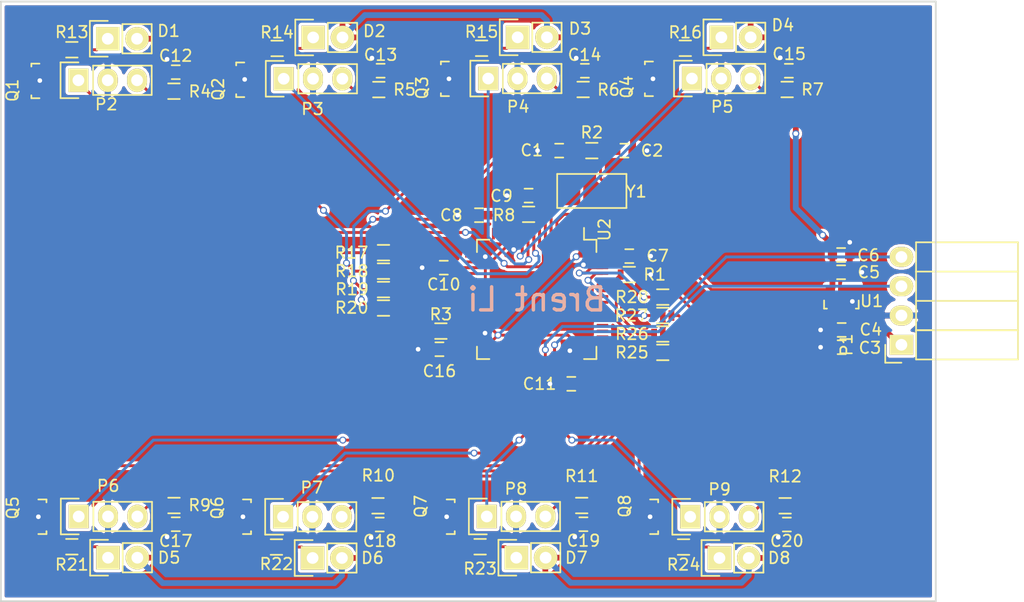
<source format=kicad_pcb>
(kicad_pcb (version 4) (host pcbnew 4.0.2-stable)
  (layers (0 F.Cu signal) (31 B.Cu signal) (34 B.Paste user hide) (35 F.Paste user hide) (36 B.SilkS user) (37 F.SilkS user) (38 B.Mask user) (39 F.Mask user) (44 Edge.Cuts user))
  (net 0 "")
  (net 1 OSCOUT)
  (net 2 GND)
  (net 3 OSCIN)
  (net 4 +5V)
  (net 5 3V3)
  (net 6 RESET)
  (net 7 "Net-(D1-Pad1)")
  (net 8 "Net-(D2-Pad1)")
  (net 9 "Net-(D3-Pad1)")
  (net 10 "Net-(D4-Pad1)")
  (net 11 "Net-(D5-Pad1)")
  (net 12 "Net-(D6-Pad1)")
  (net 13 "Net-(D7-Pad1)")
  (net 14 "Net-(D8-Pad1)")
  (net 15 RX1)
  (net 16 TX1)
  (net 17 IRIN_1)
  (net 18 "Net-(P2-Pad3)")
  (net 19 IRIN_2)
  (net 20 "Net-(P3-Pad3)")
  (net 21 IRIN_3)
  (net 22 "Net-(P4-Pad3)")
  (net 23 IRIN_4)
  (net 24 "Net-(P5-Pad3)")
  (net 25 IRIN_5)
  (net 26 "Net-(P6-Pad3)")
  (net 27 IRIN_6)
  (net 28 "Net-(P7-Pad3)")
  (net 29 IRIN_7)
  (net 30 "Net-(P8-Pad3)")
  (net 31 IRIN_8)
  (net 32 "Net-(P9-Pad3)")
  (net 33 "Net-(Q1-Pad1)")
  (net 34 "Net-(Q1-Pad3)")
  (net 35 "Net-(Q2-Pad1)")
  (net 36 "Net-(Q2-Pad3)")
  (net 37 "Net-(Q3-Pad1)")
  (net 38 "Net-(Q3-Pad3)")
  (net 39 "Net-(Q4-Pad1)")
  (net 40 "Net-(Q4-Pad3)")
  (net 41 "Net-(Q5-Pad1)")
  (net 42 "Net-(Q5-Pad3)")
  (net 43 "Net-(Q6-Pad1)")
  (net 44 "Net-(Q6-Pad3)")
  (net 45 "Net-(Q7-Pad1)")
  (net 46 "Net-(Q7-Pad3)")
  (net 47 "Net-(Q8-Pad1)")
  (net 48 "Net-(Q8-Pad3)")
  (net 49 BOOT0)
  (net 50 "Net-(R3-Pad1)")
  (net 51 BOOT1)
  (net 52 PWM1)
  (net 53 PWM2)
  (net 54 PWM3)
  (net 55 PWM4)
  (net 56 PWM5)
  (net 57 PWM6)
  (net 58 PWM7)
  (net 59 PWM8)
  (net 60 "Net-(U2-Pad2)")
  (net 61 "Net-(U2-Pad3)")
  (net 62 "Net-(U2-Pad4)")
  (net 63 "Net-(U2-Pad14)")
  (net 64 "Net-(U2-Pad15)")
  (net 65 "Net-(U2-Pad16)")
  (net 66 "Net-(U2-Pad17)")
  (net 67 "Net-(U2-Pad20)")
  (net 68 "Net-(U2-Pad21)")
  (net 69 "Net-(U2-Pad24)")
  (net 70 "Net-(U2-Pad25)")
  (net 71 "Net-(U2-Pad29)")
  (net 72 "Net-(U2-Pad30)")
  (net 73 "Net-(U2-Pad33)")
  (net 74 "Net-(U2-Pad34)")
  (net 75 "Net-(U2-Pad35)")
  (net 76 "Net-(U2-Pad36)")
  (net 77 "Net-(U2-Pad41)")
  (net 78 "Net-(U2-Pad44)")
  (net 79 "Net-(U2-Pad45)")
  (net 80 "Net-(U2-Pad46)")
  (net 81 "Net-(U2-Pad49)")
  (net 82 "Net-(U2-Pad50)")
  (net 83 "Net-(U2-Pad51)")
  (net 84 "Net-(U2-Pad52)")
  (net 85 "Net-(U2-Pad53)")
  (net 86 "Net-(U2-Pad54)")
  (net 87 "Net-(U2-Pad55)")
  (net 88 "Net-(U2-Pad56)")
  (net 89 "Net-(U2-Pad57)")
  (module Capacitors_SMD:C_0603 (layer F.Cu) (at 162.375 97.925 180)
    (fp_text reference C1 (at 2.375 0.025 180) (layer F.SilkS))
    (fp_text value 20pF)
    (pad 1 smd rect (at -0.75 0 180) (size 0.8 0.75) (layers F.Cu F.Paste F.Mask) (net 1 OSCOUT))
    (pad 2 smd rect (at 0.75 0 180) (size 0.8 0.75) (layers F.Cu F.Paste F.Mask) (net 2 GND))
  )
  (module Capacitors_SMD:C_0603 (layer F.Cu) (at 168.025 97.925)
    (fp_text reference C2 (at 2.4 0) (layer F.SilkS))
    (fp_text value 20pF)
    (pad 1 smd rect (at -0.75 0) (size 0.8 0.75) (layers F.Cu F.Paste F.Mask) (net 3 OSCIN))
    (pad 2 smd rect (at 0.75 0) (size 0.8 0.75) (layers F.Cu F.Paste F.Mask) (net 2 GND))
  )
  (module Capacitors_SMD:C_0603 (layer F.Cu) (at 186.85 114.975 180)
    (fp_text reference C3 (at -2.45 -0.05 180) (layer F.SilkS))
    (fp_text value 106)
    (pad 1 smd rect (at -0.75 0 180) (size 0.8 0.75) (layers F.Cu F.Paste F.Mask) (net 4 +5V))
    (pad 2 smd rect (at 0.75 0 180) (size 0.8 0.75) (layers F.Cu F.Paste F.Mask) (net 2 GND))
  )
  (module Capacitors_SMD:C_0603 (layer F.Cu) (at 186.85 113.475 180)
    (fp_text reference C4 (at -2.525 0.025 180) (layer F.SilkS))
    (fp_text value 104)
    (pad 1 smd rect (at -0.75 0 180) (size 0.8 0.75) (layers F.Cu F.Paste F.Mask) (net 4 +5V))
    (pad 2 smd rect (at 0.75 0 180) (size 0.8 0.75) (layers F.Cu F.Paste F.Mask) (net 2 GND))
  )
  (module Capacitors_SMD:C_0603 (layer F.Cu) (at 186.8 108.475)
    (fp_text reference C5 (at 2.4 0) (layer F.SilkS))
    (fp_text value 104)
    (pad 1 smd rect (at -0.75 0) (size 0.8 0.75) (layers F.Cu F.Paste F.Mask) (net 5 3V3))
    (pad 2 smd rect (at 0.75 0) (size 0.8 0.75) (layers F.Cu F.Paste F.Mask) (net 2 GND))
  )
  (module Capacitors_SMD:C_0603 (layer F.Cu) (at 186.8 106.975)
    (fp_text reference C6 (at 2.375 0.025) (layer F.SilkS))
    (fp_text value 106)
    (pad 1 smd rect (at -0.75 0) (size 0.8 0.75) (layers F.Cu F.Paste F.Mask) (net 5 3V3))
    (pad 2 smd rect (at 0.75 0) (size 0.8 0.75) (layers F.Cu F.Paste F.Mask) (net 2 GND))
  )
  (module Capacitors_SMD:C_0603 (layer F.Cu) (at 168.45 107.075 180)
    (fp_text reference C7 (at -2.45 0.025 180) (layer F.SilkS))
    (fp_text value 104)
    (pad 1 smd rect (at -0.75 0 180) (size 0.8 0.75) (layers F.Cu F.Paste F.Mask) (net 2 GND))
    (pad 2 smd rect (at 0.75 0 180) (size 0.8 0.75) (layers F.Cu F.Paste F.Mask) (net 5 3V3))
  )
  (module Capacitors_SMD:C_0603 (layer F.Cu) (at 155.425 103.525 180)
    (fp_text reference C8 (at 2.4 0 180) (layer F.SilkS))
    (fp_text value 104)
    (pad 1 smd rect (at -0.75 0 180) (size 0.8 0.75) (layers F.Cu F.Paste F.Mask) (net 5 3V3))
    (pad 2 smd rect (at 0.75 0 180) (size 0.8 0.75) (layers F.Cu F.Paste F.Mask) (net 2 GND))
  )
  (module Capacitors_SMD:C_0603 (layer F.Cu) (at 159.725 101.825 180)
    (fp_text reference C9 (at 2.35 -0.025 180) (layer F.SilkS))
    (fp_text value 104)
    (pad 1 smd rect (at -0.75 0 180) (size 0.8 0.75) (layers F.Cu F.Paste F.Mask) (net 6 RESET))
    (pad 2 smd rect (at 0.75 0 180) (size 0.8 0.75) (layers F.Cu F.Paste F.Mask) (net 2 GND))
  )
  (module Capacitors_SMD:C_0603 (layer F.Cu) (at 152.375 108.075 180)
    (fp_text reference C10 (at 0 -1.45 180) (layer F.SilkS))
    (fp_text value 104)
    (pad 1 smd rect (at -0.75 0 180) (size 0.8 0.75) (layers F.Cu F.Paste F.Mask) (net 5 3V3))
    (pad 2 smd rect (at 0.75 0 180) (size 0.8 0.75) (layers F.Cu F.Paste F.Mask) (net 2 GND))
  )
  (module Capacitors_SMD:C_0603 (layer F.Cu) (at 163.425 118.15)
    (fp_text reference C11 (at -2.75 0) (layer F.SilkS))
    (fp_text value 104)
    (pad 1 smd rect (at -0.75 0) (size 0.8 0.75) (layers F.Cu F.Paste F.Mask) (net 2 GND))
    (pad 2 smd rect (at 0.75 0) (size 0.8 0.75) (layers F.Cu F.Paste F.Mask) (net 5 3V3))
  )
  (module Capacitors_SMD:C_0603 (layer F.Cu) (at 129.15 91.125)
    (fp_text reference C12 (at -0.0037 -1.4249) (layer F.SilkS))
    (fp_text value 104)
    (pad 1 smd rect (at -0.75 0) (size 0.8 0.75) (layers F.Cu F.Paste F.Mask) (net 2 GND))
    (pad 2 smd rect (at 0.75 0) (size 0.8 0.75) (layers F.Cu F.Paste F.Mask) (net 5 3V3))
  )
  (module Capacitors_SMD:C_0603 (layer F.Cu) (at 146.9016 90.9955)
    (fp_text reference C13 (at 0 -1.3716) (layer F.SilkS))
    (fp_text value 104)
    (pad 1 smd rect (at -0.75 0) (size 0.8 0.75) (layers F.Cu F.Paste F.Mask) (net 2 GND))
    (pad 2 smd rect (at 0.75 0) (size 0.8 0.75) (layers F.Cu F.Paste F.Mask) (net 5 3V3))
  )
  (module Capacitors_SMD:C_0603 (layer F.Cu) (at 164.6 91)
    (fp_text reference C14 (at -0.025 -1.375) (layer F.SilkS))
    (fp_text value 104)
    (pad 1 smd rect (at -0.75 0) (size 0.8 0.75) (layers F.Cu F.Paste F.Mask) (net 2 GND))
    (pad 2 smd rect (at 0.75 0) (size 0.8 0.75) (layers F.Cu F.Paste F.Mask) (net 5 3V3))
  )
  (module Capacitors_SMD:C_0603 (layer F.Cu) (at 182.275 91)
    (fp_text reference C15 (at 0.025 -1.45) (layer F.SilkS))
    (fp_text value 104)
    (pad 1 smd rect (at -0.75 0) (size 0.8 0.75) (layers F.Cu F.Paste F.Mask) (net 2 GND))
    (pad 2 smd rect (at 0.75 0) (size 0.8 0.75) (layers F.Cu F.Paste F.Mask) (net 5 3V3))
  )
  (module Capacitors_SMD:C_0603 (layer F.Cu) (at 152 115.15 180)
    (fp_text reference C16 (at 0 -1.9 180) (layer F.SilkS))
    (fp_text value 104)
    (pad 1 smd rect (at -0.75 0 180) (size 0.8 0.75) (layers F.Cu F.Paste F.Mask) (net 5 3V3))
    (pad 2 smd rect (at 0.75 0 180) (size 0.8 0.75) (layers F.Cu F.Paste F.Mask) (net 2 GND))
  )
  (module Capacitors_SMD:C_0603 (layer F.Cu) (at 129.15 130.325)
    (fp_text reference C17 (at 0 1.45) (layer F.SilkS))
    (fp_text value 104)
    (pad 1 smd rect (at -0.75 0) (size 0.8 0.75) (layers F.Cu F.Paste F.Mask) (net 2 GND))
    (pad 2 smd rect (at 0.75 0) (size 0.8 0.75) (layers F.Cu F.Paste F.Mask) (net 5 3V3))
  )
  (module Capacitors_SMD:C_0603 (layer F.Cu) (at 146.825 130.35)
    (fp_text reference C18 (at 0 1.425) (layer F.SilkS))
    (fp_text value 104)
    (pad 1 smd rect (at -0.75 0) (size 0.8 0.75) (layers F.Cu F.Paste F.Mask) (net 2 GND))
    (pad 2 smd rect (at 0.75 0) (size 0.8 0.75) (layers F.Cu F.Paste F.Mask) (net 5 3V3))
  )
  (module Capacitors_SMD:C_0603 (layer F.Cu) (at 164.475 130.325)
    (fp_text reference C19 (at 0 1.425) (layer F.SilkS))
    (fp_text value 104)
    (pad 1 smd rect (at -0.75 0) (size 0.8 0.75) (layers F.Cu F.Paste F.Mask) (net 2 GND))
    (pad 2 smd rect (at 0.75 0) (size 0.8 0.75) (layers F.Cu F.Paste F.Mask) (net 5 3V3))
  )
  (module Capacitors_SMD:C_0603 (layer F.Cu) (at 182.1 130.35)
    (fp_text reference C20 (at 0 1.425) (layer F.SilkS))
    (fp_text value 104)
    (pad 1 smd rect (at -0.75 0) (size 0.8 0.75) (layers F.Cu F.Paste F.Mask) (net 2 GND))
    (pad 2 smd rect (at 0.75 0) (size 0.8 0.75) (layers F.Cu F.Paste F.Mask) (net 5 3V3))
  )
  (module Socket_Strips:Socket_Strip_Straight_1x02 (layer F.Cu) (at 123.26 88.225)
    (fp_text reference D1 (at 5.275 -0.675) (layer F.SilkS))
    (fp_text value IrDA_CH1)
    (pad 1 thru_hole rect (at 0 0) (size 2.032 2.032) (drill 1.016) (layers *.Cu *.Mask F.SilkS) (net 7 "Net-(D1-Pad1)"))
    (pad 2 thru_hole oval (at 2.54 0) (size 2.032 2.032) (drill 1.016) (layers *.Cu *.Mask F.SilkS) (net 5 3V3))
  )
  (module Socket_Strips:Socket_Strip_Straight_1x02 (layer F.Cu) (at 141.0589 88.1126)
    (fp_text reference D2 (at 5.3 -0.55) (layer F.SilkS))
    (fp_text value IrDA_CH2)
    (pad 1 thru_hole rect (at 0 0) (size 2.032 2.032) (drill 1.016) (layers *.Cu *.Mask F.SilkS) (net 8 "Net-(D2-Pad1)"))
    (pad 2 thru_hole oval (at 2.54 0) (size 2.032 2.032) (drill 1.016) (layers *.Cu *.Mask F.SilkS) (net 5 3V3))
  )
  (module Socket_Strips:Socket_Strip_Straight_1x02 (layer F.Cu) (at 158.775 88.1)
    (fp_text reference D3 (at 5.4 -0.75) (layer F.SilkS))
    (fp_text value IrDA_CH3)
    (pad 1 thru_hole rect (at 0 0) (size 2.032 2.032) (drill 1.016) (layers *.Cu *.Mask F.SilkS) (net 9 "Net-(D3-Pad1)"))
    (pad 2 thru_hole oval (at 2.54 0) (size 2.032 2.032) (drill 1.016) (layers *.Cu *.Mask F.SilkS) (net 5 3V3))
  )
  (module Socket_Strips:Socket_Strip_Straight_1x02 (layer F.Cu) (at 176.425 88.1)
    (fp_text reference D4 (at 5.325 -1.05) (layer F.SilkS))
    (fp_text value IrDA_CH4)
    (pad 1 thru_hole rect (at 0 0) (size 2.032 2.032) (drill 1.016) (layers *.Cu *.Mask F.SilkS) (net 10 "Net-(D4-Pad1)"))
    (pad 2 thru_hole oval (at 2.54 0) (size 2.032 2.032) (drill 1.016) (layers *.Cu *.Mask F.SilkS) (net 5 3V3))
  )
  (module Socket_Strips:Socket_Strip_Straight_1x02 (layer F.Cu) (at 123.285 133.225)
    (fp_text reference D5 (at 5.29 0) (layer F.SilkS))
    (fp_text value IrDA_CH5)
    (pad 1 thru_hole rect (at 0 0) (size 2.032 2.032) (drill 1.016) (layers *.Cu *.Mask F.SilkS) (net 11 "Net-(D5-Pad1)"))
    (pad 2 thru_hole oval (at 2.54 0) (size 2.032 2.032) (drill 1.016) (layers *.Cu *.Mask F.SilkS) (net 5 3V3))
  )
  (module Socket_Strips:Socket_Strip_Straight_1x02 (layer F.Cu) (at 141.01 133.25)
    (fp_text reference D6 (at 5.19 0) (layer F.SilkS))
    (fp_text value IrDA_CH6)
    (pad 1 thru_hole rect (at 0 0) (size 2.032 2.032) (drill 1.016) (layers *.Cu *.Mask F.SilkS) (net 12 "Net-(D6-Pad1)"))
    (pad 2 thru_hole oval (at 2.54 0) (size 2.032 2.032) (drill 1.016) (layers *.Cu *.Mask F.SilkS) (net 5 3V3))
  )
  (module Socket_Strips:Socket_Strip_Straight_1x02 (layer F.Cu) (at 158.66 133.225)
    (fp_text reference D7 (at 5.2 0) (layer F.SilkS))
    (fp_text value IrDA_CH7)
    (pad 1 thru_hole rect (at 0 0) (size 2.032 2.032) (drill 1.016) (layers *.Cu *.Mask F.SilkS) (net 13 "Net-(D7-Pad1)"))
    (pad 2 thru_hole oval (at 2.54 0) (size 2.032 2.032) (drill 1.016) (layers *.Cu *.Mask F.SilkS) (net 5 3V3))
  )
  (module Socket_Strips:Socket_Strip_Straight_1x02 (layer F.Cu) (at 176.26 133.25)
    (fp_text reference D8 (at 5.175 0) (layer F.SilkS))
    (fp_text value IrDA_CH8)
    (pad 1 thru_hole rect (at 0 0) (size 2.032 2.032) (drill 1.016) (layers *.Cu *.Mask F.SilkS) (net 14 "Net-(D8-Pad1)"))
    (pad 2 thru_hole oval (at 2.54 0) (size 2.032 2.032) (drill 1.016) (layers *.Cu *.Mask F.SilkS) (net 5 3V3))
  )
  (module Socket_Strips:Socket_Strip_Angled_1x04 (layer F.Cu) (at 192.025 114.765 90)
    (fp_text reference P1 (at 0 -4.75 90) (layer F.SilkS))
    (fp_text value "+  -  R  T")
    (pad 1 thru_hole rect (at 0 0 90) (size 1.7272 2.032) (drill 1.016) (layers *.Cu *.Mask F.SilkS) (net 4 +5V))
    (pad 2 thru_hole oval (at 2.54 0 90) (size 1.7272 2.032) (drill 1.016) (layers *.Cu *.Mask F.SilkS) (net 2 GND))
    (pad 3 thru_hole oval (at 5.08 0 90) (size 1.7272 2.032) (drill 1.016) (layers *.Cu *.Mask F.SilkS) (net 15 RX1))
    (pad 4 thru_hole oval (at 7.62 0 90) (size 1.7272 2.032) (drill 1.016) (layers *.Cu *.Mask F.SilkS) (net 16 TX1))
  )
  (module Socket_Strips:Socket_Strip_Straight_1x03 (layer F.Cu) (at 120.72 91.825)
    (fp_text reference P2 (at 2.414 2.089) (layer F.SilkS))
    (fp_text value "")
    (pad 1 thru_hole rect (at 0 0) (size 1.7272 2.032) (drill 1.016) (layers *.Cu *.Mask F.SilkS) (net 17 IRIN_1))
    (pad 2 thru_hole oval (at 2.54 0) (size 1.7272 2.032) (drill 1.016) (layers *.Cu *.Mask F.SilkS) (net 2 GND))
    (pad 3 thru_hole oval (at 5.08 0) (size 1.7272 2.032) (drill 1.016) (layers *.Cu *.Mask F.SilkS) (net 18 "Net-(P2-Pad3)"))
  )
  (module Socket_Strips:Socket_Strip_Straight_1x03 (layer F.Cu) (at 138.5062 91.694)
    (fp_text reference P3 (at 2.5 2.625) (layer F.SilkS))
    (fp_text value "")
    (pad 1 thru_hole rect (at 0 0) (size 1.7272 2.032) (drill 1.016) (layers *.Cu *.Mask F.SilkS) (net 19 IRIN_2))
    (pad 2 thru_hole oval (at 2.54 0) (size 1.7272 2.032) (drill 1.016) (layers *.Cu *.Mask F.SilkS) (net 2 GND))
    (pad 3 thru_hole oval (at 5.08 0) (size 1.7272 2.032) (drill 1.016) (layers *.Cu *.Mask F.SilkS) (net 20 "Net-(P3-Pad3)"))
  )
  (module Socket_Strips:Socket_Strip_Straight_1x03 (layer F.Cu) (at 156.225 91.675)
    (fp_text reference P4 (at 2.59 2.45) (layer F.SilkS))
    (fp_text value "")
    (pad 1 thru_hole rect (at 0 0) (size 1.7272 2.032) (drill 1.016) (layers *.Cu *.Mask F.SilkS) (net 21 IRIN_3))
    (pad 2 thru_hole oval (at 2.54 0) (size 1.7272 2.032) (drill 1.016) (layers *.Cu *.Mask F.SilkS) (net 2 GND))
    (pad 3 thru_hole oval (at 5.08 0) (size 1.7272 2.032) (drill 1.016) (layers *.Cu *.Mask F.SilkS) (net 22 "Net-(P4-Pad3)"))
  )
  (module Socket_Strips:Socket_Strip_Straight_1x03 (layer F.Cu) (at 173.875 91.675)
    (fp_text reference P5 (at 2.625 2.45) (layer F.SilkS))
    (fp_text value "")
    (pad 1 thru_hole rect (at 0 0) (size 1.7272 2.032) (drill 1.016) (layers *.Cu *.Mask F.SilkS) (net 23 IRIN_4))
    (pad 2 thru_hole oval (at 2.54 0) (size 1.7272 2.032) (drill 1.016) (layers *.Cu *.Mask F.SilkS) (net 2 GND))
    (pad 3 thru_hole oval (at 5.08 0) (size 1.7272 2.032) (drill 1.016) (layers *.Cu *.Mask F.SilkS) (net 24 "Net-(P5-Pad3)"))
  )
  (module Socket_Strips:Socket_Strip_Straight_1x03 (layer F.Cu) (at 120.745 129.65)
    (fp_text reference P6 (at 2.555 -2.65) (layer F.SilkS))
    (fp_text value "")
    (pad 1 thru_hole rect (at 0 0) (size 1.7272 2.032) (drill 1.016) (layers *.Cu *.Mask F.SilkS) (net 25 IRIN_5))
    (pad 2 thru_hole oval (at 2.54 0) (size 1.7272 2.032) (drill 1.016) (layers *.Cu *.Mask F.SilkS) (net 2 GND))
    (pad 3 thru_hole oval (at 5.08 0) (size 1.7272 2.032) (drill 1.016) (layers *.Cu *.Mask F.SilkS) (net 26 "Net-(P6-Pad3)"))
  )
  (module Socket_Strips:Socket_Strip_Straight_1x03 (layer F.Cu) (at 138.45 129.675)
    (fp_text reference P7 (at 2.49 -2.525) (layer F.SilkS))
    (fp_text value "")
    (pad 1 thru_hole rect (at 0 0) (size 1.7272 2.032) (drill 1.016) (layers *.Cu *.Mask F.SilkS) (net 27 IRIN_6))
    (pad 2 thru_hole oval (at 2.54 0) (size 1.7272 2.032) (drill 1.016) (layers *.Cu *.Mask F.SilkS) (net 2 GND))
    (pad 3 thru_hole oval (at 5.08 0) (size 1.7272 2.032) (drill 1.016) (layers *.Cu *.Mask F.SilkS) (net 28 "Net-(P7-Pad3)"))
  )
  (module Socket_Strips:Socket_Strip_Straight_1x03 (layer F.Cu) (at 156.1 129.65)
    (fp_text reference P8 (at 2.525 -2.4) (layer F.SilkS))
    (fp_text value "")
    (pad 1 thru_hole rect (at 0 0) (size 1.7272 2.032) (drill 1.016) (layers *.Cu *.Mask F.SilkS) (net 29 IRIN_7))
    (pad 2 thru_hole oval (at 2.54 0) (size 1.7272 2.032) (drill 1.016) (layers *.Cu *.Mask F.SilkS) (net 2 GND))
    (pad 3 thru_hole oval (at 5.08 0) (size 1.7272 2.032) (drill 1.016) (layers *.Cu *.Mask F.SilkS) (net 30 "Net-(P8-Pad3)"))
  )
  (module Socket_Strips:Socket_Strip_Straight_1x03 (layer F.Cu) (at 173.725 129.675)
    (fp_text reference P9 (at 2.55 -2.375) (layer F.SilkS))
    (fp_text value "")
    (pad 1 thru_hole rect (at 0 0) (size 1.7272 2.032) (drill 1.016) (layers *.Cu *.Mask F.SilkS) (net 31 IRIN_8))
    (pad 2 thru_hole oval (at 2.54 0) (size 1.7272 2.032) (drill 1.016) (layers *.Cu *.Mask F.SilkS) (net 2 GND))
    (pad 3 thru_hole oval (at 5.08 0) (size 1.7272 2.032) (drill 1.016) (layers *.Cu *.Mask F.SilkS) (net 32 "Net-(P9-Pad3)"))
  )
  (module TO_SOT_Packages_SMD:SOT-23 (layer F.Cu) (at 117.292 91.882 90)
    (fp_text reference Q1 (at -0.818 -2.286 90) (layer F.SilkS))
    (fp_text value SS8050)
    (pad 1 smd rect (at -0.95 1.00076 90) (size 0.8001 0.8001) (layers F.Cu F.Paste F.Mask) (net 33 "Net-(Q1-Pad1)"))
    (pad 2 smd rect (at 0.95 1.00076 90) (size 0.8001 0.8001) (layers F.Cu F.Paste F.Mask) (net 2 GND))
    (pad 3 smd rect (at 0 -0.99822 90) (size 0.8001 0.8001) (layers F.Cu F.Paste F.Mask) (net 34 "Net-(Q1-Pad3)"))
  )
  (module TO_SOT_Packages_SMD:SOT-23 (layer F.Cu) (at 135.0391 91.7829 90)
    (fp_text reference Q2 (at -0.8171 -2.2141 90) (layer F.SilkS))
    (fp_text value SS8050)
    (pad 1 smd rect (at -0.95 1.00076 90) (size 0.8001 0.8001) (layers F.Cu F.Paste F.Mask) (net 35 "Net-(Q2-Pad1)"))
    (pad 2 smd rect (at 0.95 1.00076 90) (size 0.8001 0.8001) (layers F.Cu F.Paste F.Mask) (net 2 GND))
    (pad 3 smd rect (at 0 -0.99822 90) (size 0.8001 0.8001) (layers F.Cu F.Paste F.Mask) (net 36 "Net-(Q2-Pad3)"))
  )
  (module TO_SOT_Packages_SMD:SOT-23 (layer F.Cu) (at 152.775 91.7 90)
    (fp_text reference Q3 (at -0.775 -2.275 90) (layer F.SilkS))
    (fp_text value SS8050)
    (pad 1 smd rect (at -0.95 1.00076 90) (size 0.8001 0.8001) (layers F.Cu F.Paste F.Mask) (net 37 "Net-(Q3-Pad1)"))
    (pad 2 smd rect (at 0.95 1.00076 90) (size 0.8001 0.8001) (layers F.Cu F.Paste F.Mask) (net 2 GND))
    (pad 3 smd rect (at 0 -0.99822 90) (size 0.8001 0.8001) (layers F.Cu F.Paste F.Mask) (net 38 "Net-(Q3-Pad3)"))
  )
  (module TO_SOT_Packages_SMD:SOT-23 (layer F.Cu) (at 170.45 91.7 90)
    (fp_text reference Q4 (at -0.7 -2.225 90) (layer F.SilkS))
    (fp_text value SS8050)
    (pad 1 smd rect (at -0.95 1.00076 90) (size 0.8001 0.8001) (layers F.Cu F.Paste F.Mask) (net 39 "Net-(Q4-Pad1)"))
    (pad 2 smd rect (at 0.95 1.00076 90) (size 0.8001 0.8001) (layers F.Cu F.Paste F.Mask) (net 2 GND))
    (pad 3 smd rect (at 0 -0.99822 90) (size 0.8001 0.8001) (layers F.Cu F.Paste F.Mask) (net 40 "Net-(Q4-Pad3)"))
  )
  (module TO_SOT_Packages_SMD:SOT-23 (layer F.Cu) (at 117.3 129.675 270)
    (fp_text reference Q5 (at -0.775 2.275 270) (layer F.SilkS))
    (fp_text value SS8050)
    (pad 1 smd rect (at -0.95 1.00076 270) (size 0.8001 0.8001) (layers F.Cu F.Paste F.Mask) (net 41 "Net-(Q5-Pad1)"))
    (pad 2 smd rect (at 0.95 1.00076 270) (size 0.8001 0.8001) (layers F.Cu F.Paste F.Mask) (net 2 GND))
    (pad 3 smd rect (at 0 -0.99822 270) (size 0.8001 0.8001) (layers F.Cu F.Paste F.Mask) (net 42 "Net-(Q5-Pad3)"))
  )
  (module TO_SOT_Packages_SMD:SOT-23 (layer F.Cu) (at 135.025 129.675 270)
    (fp_text reference Q6 (at -0.775 2.275 270) (layer F.SilkS))
    (fp_text value SS8050)
    (pad 1 smd rect (at -0.95 1.00076 270) (size 0.8001 0.8001) (layers F.Cu F.Paste F.Mask) (net 43 "Net-(Q6-Pad1)"))
    (pad 2 smd rect (at 0.95 1.00076 270) (size 0.8001 0.8001) (layers F.Cu F.Paste F.Mask) (net 2 GND))
    (pad 3 smd rect (at 0 -0.99822 270) (size 0.8001 0.8001) (layers F.Cu F.Paste F.Mask) (net 44 "Net-(Q6-Pad3)"))
  )
  (module TO_SOT_Packages_SMD:SOT-23 (layer F.Cu) (at 152.675 129.675 270)
    (fp_text reference Q7 (at -0.9 2.3 270) (layer F.SilkS))
    (fp_text value SS8050)
    (pad 1 smd rect (at -0.95 1.00076 270) (size 0.8001 0.8001) (layers F.Cu F.Paste F.Mask) (net 45 "Net-(Q7-Pad1)"))
    (pad 2 smd rect (at 0.95 1.00076 270) (size 0.8001 0.8001) (layers F.Cu F.Paste F.Mask) (net 2 GND))
    (pad 3 smd rect (at 0 -0.99822 270) (size 0.8001 0.8001) (layers F.Cu F.Paste F.Mask) (net 46 "Net-(Q7-Pad3)"))
  )
  (module TO_SOT_Packages_SMD:SOT-23 (layer F.Cu) (at 170.3 129.675 270)
    (fp_text reference Q8 (at -0.925 2.25 270) (layer F.SilkS))
    (fp_text value SS8050)
    (pad 1 smd rect (at -0.95 1.00076 270) (size 0.8001 0.8001) (layers F.Cu F.Paste F.Mask) (net 47 "Net-(Q8-Pad1)"))
    (pad 2 smd rect (at 0.95 1.00076 270) (size 0.8001 0.8001) (layers F.Cu F.Paste F.Mask) (net 2 GND))
    (pad 3 smd rect (at 0 -0.99822 270) (size 0.8001 0.8001) (layers F.Cu F.Paste F.Mask) (net 48 "Net-(Q8-Pad3)"))
  )
  (module Resistors_SMD:R_0603 (layer F.Cu) (at 168.45 108.675 180)
    (fp_text reference R1 (at -2.2 0 180) (layer F.SilkS))
    (fp_text value 10K)
    (pad 1 smd rect (at -0.75 0 180) (size 0.5 0.9) (layers F.Cu F.Paste F.Mask) (net 2 GND))
    (pad 2 smd rect (at 0.75 0 180) (size 0.5 0.9) (layers F.Cu F.Paste F.Mask) (net 49 BOOT0))
  )
  (module Resistors_SMD:R_0603 (layer F.Cu) (at 165.2 97.925 180)
    (fp_text reference R2 (at 0 1.575 180) (layer F.SilkS))
    (fp_text value 1M)
    (pad 1 smd rect (at -0.75 0 180) (size 0.5 0.9) (layers F.Cu F.Paste F.Mask) (net 3 OSCIN))
    (pad 2 smd rect (at 0.75 0 180) (size 0.5 0.9) (layers F.Cu F.Paste F.Mask) (net 1 OSCOUT))
  )
  (module Resistors_SMD:R_0603 (layer F.Cu) (at 152.125 113.575 180)
    (fp_text reference R3 (at 0 1.45 180) (layer F.SilkS))
    (fp_text value 10K)
    (pad 1 smd rect (at -0.75 0 180) (size 0.5 0.9) (layers F.Cu F.Paste F.Mask) (net 50 "Net-(R3-Pad1)"))
    (pad 2 smd rect (at 0.75 0 180) (size 0.5 0.9) (layers F.Cu F.Paste F.Mask) (net 51 BOOT1))
  )
  (module Resistors_SMD:R_0603 (layer F.Cu) (at 128.9939 92.775)
    (fp_text reference R4 (at 2.25 0.025) (layer F.SilkS))
    (fp_text value 100)
    (pad 1 smd rect (at -0.75 0) (size 0.5 0.9) (layers F.Cu F.Paste F.Mask) (net 18 "Net-(P2-Pad3)"))
    (pad 2 smd rect (at 0.75 0) (size 0.5 0.9) (layers F.Cu F.Paste F.Mask) (net 5 3V3))
  )
  (module Resistors_SMD:R_0603 (layer F.Cu) (at 146.7485 92.6338)
    (fp_text reference R5 (at 2.225 0) (layer F.SilkS))
    (fp_text value 100)
    (pad 1 smd rect (at -0.75 0) (size 0.5 0.9) (layers F.Cu F.Paste F.Mask) (net 20 "Net-(P3-Pad3)"))
    (pad 2 smd rect (at 0.75 0) (size 0.5 0.9) (layers F.Cu F.Paste F.Mask) (net 5 3V3))
  )
  (module Resistors_SMD:R_0603 (layer F.Cu) (at 164.45 92.625)
    (fp_text reference R6 (at 2.2 0.025) (layer F.SilkS))
    (fp_text value 100)
    (pad 1 smd rect (at -0.75 0) (size 0.5 0.9) (layers F.Cu F.Paste F.Mask) (net 22 "Net-(P4-Pad3)"))
    (pad 2 smd rect (at 0.75 0) (size 0.5 0.9) (layers F.Cu F.Paste F.Mask) (net 5 3V3))
  )
  (module Resistors_SMD:R_0603 (layer F.Cu) (at 182.125 92.625)
    (fp_text reference R7 (at 2.2 0) (layer F.SilkS))
    (fp_text value 100)
    (pad 1 smd rect (at -0.75 0) (size 0.5 0.9) (layers F.Cu F.Paste F.Mask) (net 24 "Net-(P5-Pad3)"))
    (pad 2 smd rect (at 0.75 0) (size 0.5 0.9) (layers F.Cu F.Paste F.Mask) (net 5 3V3))
  )
  (module Resistors_SMD:R_0603 (layer F.Cu) (at 159.725 103.45)
    (fp_text reference R8 (at -2.125 0.075) (layer F.SilkS))
    (fp_text value 10K)
    (pad 1 smd rect (at -0.75 0) (size 0.5 0.9) (layers F.Cu F.Paste F.Mask) (net 5 3V3))
    (pad 2 smd rect (at 0.75 0) (size 0.5 0.9) (layers F.Cu F.Paste F.Mask) (net 6 RESET))
  )
  (module Resistors_SMD:R_0603 (layer F.Cu) (at 129 128.7)
    (fp_text reference R9 (at 2.225 -0.025) (layer F.SilkS))
    (fp_text value 100)
    (pad 1 smd rect (at -0.75 0) (size 0.5 0.9) (layers F.Cu F.Paste F.Mask) (net 26 "Net-(P6-Pad3)"))
    (pad 2 smd rect (at 0.75 0) (size 0.5 0.9) (layers F.Cu F.Paste F.Mask) (net 5 3V3))
  )
  (module Resistors_SMD:R_0603 (layer F.Cu) (at 146.675 128.725)
    (fp_text reference R10 (at 0.025 -2.625) (layer F.SilkS))
    (fp_text value 100)
    (pad 1 smd rect (at -0.75 0) (size 0.5 0.9) (layers F.Cu F.Paste F.Mask) (net 28 "Net-(P7-Pad3)"))
    (pad 2 smd rect (at 0.75 0) (size 0.5 0.9) (layers F.Cu F.Paste F.Mask) (net 5 3V3))
  )
  (module Resistors_SMD:R_0603 (layer F.Cu) (at 164.325 128.7)
    (fp_text reference R11 (at 0 -2.55) (layer F.SilkS))
    (fp_text value 100)
    (pad 1 smd rect (at -0.75 0) (size 0.5 0.9) (layers F.Cu F.Paste F.Mask) (net 30 "Net-(P8-Pad3)"))
    (pad 2 smd rect (at 0.75 0) (size 0.5 0.9) (layers F.Cu F.Paste F.Mask) (net 5 3V3))
  )
  (module Resistors_SMD:R_0603 (layer F.Cu) (at 181.95 128.725)
    (fp_text reference R12 (at 0 -2.55) (layer F.SilkS))
    (fp_text value 100)
    (pad 1 smd rect (at -0.75 0) (size 0.5 0.9) (layers F.Cu F.Paste F.Mask) (net 32 "Net-(P9-Pad3)"))
    (pad 2 smd rect (at 0.75 0) (size 0.5 0.9) (layers F.Cu F.Paste F.Mask) (net 5 3V3))
  )
  (module Resistors_SMD:R_0603 (layer F.Cu) (at 120.15 89.1769 180)
    (fp_text reference R13 (at 0 1.524 180) (layer F.SilkS))
    (fp_text value 5R)
    (pad 1 smd rect (at -0.75 0 180) (size 0.5 0.9) (layers F.Cu F.Paste F.Mask) (net 7 "Net-(D1-Pad1)"))
    (pad 2 smd rect (at 0.75 0 180) (size 0.5 0.9) (layers F.Cu F.Paste F.Mask) (net 34 "Net-(Q1-Pad3)"))
  )
  (module Resistors_SMD:R_0603 (layer F.Cu) (at 137.9347 89.0651 180)
    (fp_text reference R14 (at 0.0097 1.3901 180) (layer F.SilkS))
    (fp_text value 5R)
    (pad 1 smd rect (at -0.75 0 180) (size 0.5 0.9) (layers F.Cu F.Paste F.Mask) (net 8 "Net-(D2-Pad1)"))
    (pad 2 smd rect (at 0.75 0 180) (size 0.5 0.9) (layers F.Cu F.Paste F.Mask) (net 36 "Net-(Q2-Pad3)"))
  )
  (module Resistors_SMD:R_0603 (layer F.Cu) (at 155.65 89.05 180)
    (fp_text reference R15 (at 0 1.425 180) (layer F.SilkS))
    (fp_text value 5R)
    (pad 1 smd rect (at -0.75 0 180) (size 0.5 0.9) (layers F.Cu F.Paste F.Mask) (net 9 "Net-(D3-Pad1)"))
    (pad 2 smd rect (at 0.75 0 180) (size 0.5 0.9) (layers F.Cu F.Paste F.Mask) (net 38 "Net-(Q3-Pad3)"))
  )
  (module Resistors_SMD:R_0603 (layer F.Cu) (at 173.3 89.05 180)
    (fp_text reference R16 (at 0 1.375 180) (layer F.SilkS))
    (fp_text value 5R)
    (pad 1 smd rect (at -0.75 0 180) (size 0.5 0.9) (layers F.Cu F.Paste F.Mask) (net 10 "Net-(D4-Pad1)"))
    (pad 2 smd rect (at 0.75 0 180) (size 0.5 0.9) (layers F.Cu F.Paste F.Mask) (net 40 "Net-(Q4-Pad3)"))
  )
  (module Resistors_SMD:R_0603 (layer F.Cu) (at 147.15 106.775)
    (fp_text reference R17 (at -2.775 0) (layer F.SilkS))
    (fp_text value 1K)
    (pad 1 smd rect (at -0.75 0) (size 0.5 0.9) (layers F.Cu F.Paste F.Mask) (net 33 "Net-(Q1-Pad1)"))
    (pad 2 smd rect (at 0.75 0) (size 0.5 0.9) (layers F.Cu F.Paste F.Mask) (net 52 PWM1))
  )
  (module Resistors_SMD:R_0603 (layer F.Cu) (at 147.15 108.375)
    (fp_text reference R18 (at -2.75 0) (layer F.SilkS))
    (fp_text value 1K)
    (pad 1 smd rect (at -0.75 0) (size 0.5 0.9) (layers F.Cu F.Paste F.Mask) (net 35 "Net-(Q2-Pad1)"))
    (pad 2 smd rect (at 0.75 0) (size 0.5 0.9) (layers F.Cu F.Paste F.Mask) (net 53 PWM2))
  )
  (module Resistors_SMD:R_0603 (layer F.Cu) (at 147.15 109.975)
    (fp_text reference R19 (at -2.725 -0.025) (layer F.SilkS))
    (fp_text value 1K)
    (pad 1 smd rect (at -0.75 0) (size 0.5 0.9) (layers F.Cu F.Paste F.Mask) (net 37 "Net-(Q3-Pad1)"))
    (pad 2 smd rect (at 0.75 0) (size 0.5 0.9) (layers F.Cu F.Paste F.Mask) (net 54 PWM3))
  )
  (module Resistors_SMD:R_0603 (layer F.Cu) (at 147.15 111.575)
    (fp_text reference R20 (at -2.75 -0.025) (layer F.SilkS))
    (fp_text value 1K)
    (pad 1 smd rect (at -0.75 0) (size 0.5 0.9) (layers F.Cu F.Paste F.Mask) (net 39 "Net-(Q4-Pad1)"))
    (pad 2 smd rect (at 0.75 0) (size 0.5 0.9) (layers F.Cu F.Paste F.Mask) (net 55 PWM4))
  )
  (module Resistors_SMD:R_0603 (layer F.Cu) (at 120.15 132.275 180)
    (fp_text reference R21 (at 0 -1.55 180) (layer F.SilkS))
    (fp_text value 5R)
    (pad 1 smd rect (at -0.75 0 180) (size 0.5 0.9) (layers F.Cu F.Paste F.Mask) (net 11 "Net-(D5-Pad1)"))
    (pad 2 smd rect (at 0.75 0 180) (size 0.5 0.9) (layers F.Cu F.Paste F.Mask) (net 42 "Net-(Q5-Pad3)"))
  )
  (module Resistors_SMD:R_0603 (layer F.Cu) (at 137.875 132.3 180)
    (fp_text reference R22 (at 0 -1.475 180) (layer F.SilkS))
    (fp_text value 5R)
    (pad 1 smd rect (at -0.75 0 180) (size 0.5 0.9) (layers F.Cu F.Paste F.Mask) (net 12 "Net-(D6-Pad1)"))
    (pad 2 smd rect (at 0.75 0 180) (size 0.5 0.9) (layers F.Cu F.Paste F.Mask) (net 44 "Net-(Q6-Pad3)"))
  )
  (module Resistors_SMD:R_0603 (layer F.Cu) (at 155.525 132.275 180)
    (fp_text reference R23 (at 0 -1.9 180) (layer F.SilkS))
    (fp_text value 5R)
    (pad 1 smd rect (at -0.75 0 180) (size 0.5 0.9) (layers F.Cu F.Paste F.Mask) (net 13 "Net-(D7-Pad1)"))
    (pad 2 smd rect (at 0.75 0 180) (size 0.5 0.9) (layers F.Cu F.Paste F.Mask) (net 46 "Net-(Q7-Pad3)"))
  )
  (module Resistors_SMD:R_0603 (layer F.Cu) (at 173.15 132.3 180)
    (fp_text reference R24 (at 0 -1.525 180) (layer F.SilkS))
    (fp_text value 5R)
    (pad 1 smd rect (at -0.75 0 180) (size 0.5 0.9) (layers F.Cu F.Paste F.Mask) (net 14 "Net-(D8-Pad1)"))
    (pad 2 smd rect (at 0.75 0 180) (size 0.5 0.9) (layers F.Cu F.Paste F.Mask) (net 48 "Net-(Q8-Pad3)"))
  )
  (module Resistors_SMD:R_0603 (layer F.Cu) (at 171.35 115.425 180)
    (fp_text reference R25 (at 2.675 0 180) (layer F.SilkS))
    (fp_text value 1K)
    (pad 1 smd rect (at -0.75 0 180) (size 0.5 0.9) (layers F.Cu F.Paste F.Mask) (net 41 "Net-(Q5-Pad1)"))
    (pad 2 smd rect (at 0.75 0 180) (size 0.5 0.9) (layers F.Cu F.Paste F.Mask) (net 56 PWM5))
  )
  (module Resistors_SMD:R_0603 (layer F.Cu) (at 171.35 113.825 180)
    (fp_text reference R26 (at 2.675 0 180) (layer F.SilkS))
    (fp_text value 1K)
    (pad 1 smd rect (at -0.75 0 180) (size 0.5 0.9) (layers F.Cu F.Paste F.Mask) (net 43 "Net-(Q6-Pad1)"))
    (pad 2 smd rect (at 0.75 0 180) (size 0.5 0.9) (layers F.Cu F.Paste F.Mask) (net 57 PWM6))
  )
  (module Resistors_SMD:R_0603 (layer F.Cu) (at 171.35 112.225 180)
    (fp_text reference R27 (at 2.725 0 180) (layer F.SilkS))
    (fp_text value 1K)
    (pad 1 smd rect (at -0.75 0 180) (size 0.5 0.9) (layers F.Cu F.Paste F.Mask) (net 45 "Net-(Q7-Pad1)"))
    (pad 2 smd rect (at 0.75 0 180) (size 0.5 0.9) (layers F.Cu F.Paste F.Mask) (net 58 PWM7))
  )
  (module Resistors_SMD:R_0603 (layer F.Cu) (at 171.35 110.625 180)
    (fp_text reference R28 (at 2.675 0 180) (layer F.SilkS))
    (fp_text value 1K)
    (pad 1 smd rect (at -0.75 0 180) (size 0.5 0.9) (layers F.Cu F.Paste F.Mask) (net 47 "Net-(Q8-Pad1)"))
    (pad 2 smd rect (at 0.75 0 180) (size 0.5 0.9) (layers F.Cu F.Paste F.Mask) (net 59 PWM8))
  )
  (module TO_SOT_Packages_SMD:SOT-23 (layer F.Cu) (at 186.825 110.975 180)
    (fp_text reference U1 (at -2.625 0 180) (layer F.SilkS))
    (fp_text value XC6206P332MR)
    (pad 1 smd rect (at -0.95 1.00076 180) (size 0.8001 0.8001) (layers F.Cu F.Paste F.Mask) (net 2 GND))
    (pad 2 smd rect (at 0.95 1.00076 180) (size 0.8001 0.8001) (layers F.Cu F.Paste F.Mask) (net 5 3V3))
    (pad 3 smd rect (at 0 -0.99822 180) (size 0.8001 0.8001) (layers F.Cu F.Paste F.Mask) (net 4 +5V))
  )
  (module Housings_QFP:LQFP-64_10x10mm_Pitch0.5mm (layer F.Cu) (at 160.425 110.825 270)
    (fp_text reference U2 (at -6.05 -5.875 270) (layer F.SilkS))
    (fp_text value STM32F103RCT6)
    (pad 1 smd rect (at -5.7 -3.75 270) (size 1 0.25) (layers F.Cu F.Paste F.Mask) (net 5 3V3))
    (pad 2 smd rect (at -5.7 -3.25 270) (size 1 0.25) (layers F.Cu F.Paste F.Mask) (net 60 "Net-(U2-Pad2)"))
    (pad 3 smd rect (at -5.7 -2.75 270) (size 1 0.25) (layers F.Cu F.Paste F.Mask) (net 61 "Net-(U2-Pad3)"))
    (pad 4 smd rect (at -5.7 -2.25 270) (size 1 0.25) (layers F.Cu F.Paste F.Mask) (net 62 "Net-(U2-Pad4)"))
    (pad 5 smd rect (at -5.7 -1.75 270) (size 1 0.25) (layers F.Cu F.Paste F.Mask) (net 3 OSCIN))
    (pad 6 smd rect (at -5.7 -1.25 270) (size 1 0.25) (layers F.Cu F.Paste F.Mask) (net 1 OSCOUT))
    (pad 7 smd rect (at -5.7 -0.75 270) (size 1 0.25) (layers F.Cu F.Paste F.Mask) (net 6 RESET))
    (pad 8 smd rect (at -5.7 -0.25 270) (size 1 0.25) (layers F.Cu F.Paste F.Mask) (net 17 IRIN_1))
    (pad 9 smd rect (at -5.7 0.25 270) (size 1 0.25) (layers F.Cu F.Paste F.Mask) (net 19 IRIN_2))
    (pad 10 smd rect (at -5.7 0.75 270) (size 1 0.25) (layers F.Cu F.Paste F.Mask) (net 21 IRIN_3))
    (pad 11 smd rect (at -5.7 1.25 270) (size 1 0.25) (layers F.Cu F.Paste F.Mask) (net 23 IRIN_4))
    (pad 12 smd rect (at -5.7 1.75 270) (size 1 0.25) (layers F.Cu F.Paste F.Mask) (net 2 GND))
    (pad 13 smd rect (at -5.7 2.25 270) (size 1 0.25) (layers F.Cu F.Paste F.Mask) (net 5 3V3))
    (pad 14 smd rect (at -5.7 2.75 270) (size 1 0.25) (layers F.Cu F.Paste F.Mask) (net 63 "Net-(U2-Pad14)"))
    (pad 15 smd rect (at -5.7 3.25 270) (size 1 0.25) (layers F.Cu F.Paste F.Mask) (net 64 "Net-(U2-Pad15)"))
    (pad 16 smd rect (at -5.7 3.75 270) (size 1 0.25) (layers F.Cu F.Paste F.Mask) (net 65 "Net-(U2-Pad16)"))
    (pad 17 smd rect (at -3.75 5.7) (size 1 0.25) (layers F.Cu F.Paste F.Mask) (net 66 "Net-(U2-Pad17)"))
    (pad 18 smd rect (at -3.25 5.7) (size 1 0.25) (layers F.Cu F.Paste F.Mask) (net 2 GND))
    (pad 19 smd rect (at -2.75 5.7) (size 1 0.25) (layers F.Cu F.Paste F.Mask) (net 5 3V3))
    (pad 20 smd rect (at -2.25 5.7) (size 1 0.25) (layers F.Cu F.Paste F.Mask) (net 67 "Net-(U2-Pad20)"))
    (pad 21 smd rect (at -1.75 5.7) (size 1 0.25) (layers F.Cu F.Paste F.Mask) (net 68 "Net-(U2-Pad21)"))
    (pad 22 smd rect (at -1.25 5.7) (size 1 0.25) (layers F.Cu F.Paste F.Mask) (net 52 PWM1))
    (pad 23 smd rect (at -0.75 5.7) (size 1 0.25) (layers F.Cu F.Paste F.Mask) (net 53 PWM2))
    (pad 24 smd rect (at -0.25 5.7) (size 1 0.25) (layers F.Cu F.Paste F.Mask) (net 69 "Net-(U2-Pad24)"))
    (pad 25 smd rect (at 0.25 5.7) (size 1 0.25) (layers F.Cu F.Paste F.Mask) (net 70 "Net-(U2-Pad25)"))
    (pad 26 smd rect (at 0.75 5.7) (size 1 0.25) (layers F.Cu F.Paste F.Mask) (net 54 PWM3))
    (pad 27 smd rect (at 1.25 5.7) (size 1 0.25) (layers F.Cu F.Paste F.Mask) (net 55 PWM4))
    (pad 28 smd rect (at 1.75 5.7) (size 1 0.25) (layers F.Cu F.Paste F.Mask) (net 51 BOOT1))
    (pad 29 smd rect (at 2.25 5.7) (size 1 0.25) (layers F.Cu F.Paste F.Mask) (net 71 "Net-(U2-Pad29)"))
    (pad 30 smd rect (at 2.75 5.7) (size 1 0.25) (layers F.Cu F.Paste F.Mask) (net 72 "Net-(U2-Pad30)"))
    (pad 31 smd rect (at 3.25 5.7) (size 1 0.25) (layers F.Cu F.Paste F.Mask) (net 2 GND))
    (pad 32 smd rect (at 3.75 5.7) (size 1 0.25) (layers F.Cu F.Paste F.Mask) (net 5 3V3))
    (pad 33 smd rect (at 5.7 3.75 270) (size 1 0.25) (layers F.Cu F.Paste F.Mask) (net 73 "Net-(U2-Pad33)"))
    (pad 34 smd rect (at 5.7 3.25 270) (size 1 0.25) (layers F.Cu F.Paste F.Mask) (net 74 "Net-(U2-Pad34)"))
    (pad 35 smd rect (at 5.7 2.75 270) (size 1 0.25) (layers F.Cu F.Paste F.Mask) (net 75 "Net-(U2-Pad35)"))
    (pad 36 smd rect (at 5.7 2.25 270) (size 1 0.25) (layers F.Cu F.Paste F.Mask) (net 76 "Net-(U2-Pad36)"))
    (pad 37 smd rect (at 5.7 1.75 270) (size 1 0.25) (layers F.Cu F.Paste F.Mask) (net 25 IRIN_5))
    (pad 38 smd rect (at 5.7 1.25 270) (size 1 0.25) (layers F.Cu F.Paste F.Mask) (net 27 IRIN_6))
    (pad 39 smd rect (at 5.7 0.75 270) (size 1 0.25) (layers F.Cu F.Paste F.Mask) (net 29 IRIN_7))
    (pad 40 smd rect (at 5.7 0.25 270) (size 1 0.25) (layers F.Cu F.Paste F.Mask) (net 31 IRIN_8))
    (pad 41 smd rect (at 5.7 -0.25 270) (size 1 0.25) (layers F.Cu F.Paste F.Mask) (net 77 "Net-(U2-Pad41)"))
    (pad 42 smd rect (at 5.7 -0.75 270) (size 1 0.25) (layers F.Cu F.Paste F.Mask) (net 16 TX1))
    (pad 43 smd rect (at 5.7 -1.25 270) (size 1 0.25) (layers F.Cu F.Paste F.Mask) (net 15 RX1))
    (pad 44 smd rect (at 5.7 -1.75 270) (size 1 0.25) (layers F.Cu F.Paste F.Mask) (net 78 "Net-(U2-Pad44)"))
    (pad 45 smd rect (at 5.7 -2.25 270) (size 1 0.25) (layers F.Cu F.Paste F.Mask) (net 79 "Net-(U2-Pad45)"))
    (pad 46 smd rect (at 5.7 -2.75 270) (size 1 0.25) (layers F.Cu F.Paste F.Mask) (net 80 "Net-(U2-Pad46)"))
    (pad 47 smd rect (at 5.7 -3.25 270) (size 1 0.25) (layers F.Cu F.Paste F.Mask) (net 2 GND))
    (pad 48 smd rect (at 5.7 -3.75 270) (size 1 0.25) (layers F.Cu F.Paste F.Mask) (net 5 3V3))
    (pad 49 smd rect (at 3.75 -5.7) (size 1 0.25) (layers F.Cu F.Paste F.Mask) (net 81 "Net-(U2-Pad49)"))
    (pad 50 smd rect (at 3.25 -5.7) (size 1 0.25) (layers F.Cu F.Paste F.Mask) (net 82 "Net-(U2-Pad50)"))
    (pad 51 smd rect (at 2.75 -5.7) (size 1 0.25) (layers F.Cu F.Paste F.Mask) (net 83 "Net-(U2-Pad51)"))
    (pad 52 smd rect (at 2.25 -5.7) (size 1 0.25) (layers F.Cu F.Paste F.Mask) (net 84 "Net-(U2-Pad52)"))
    (pad 53 smd rect (at 1.75 -5.7) (size 1 0.25) (layers F.Cu F.Paste F.Mask) (net 85 "Net-(U2-Pad53)"))
    (pad 54 smd rect (at 1.25 -5.7) (size 1 0.25) (layers F.Cu F.Paste F.Mask) (net 86 "Net-(U2-Pad54)"))
    (pad 55 smd rect (at 0.75 -5.7) (size 1 0.25) (layers F.Cu F.Paste F.Mask) (net 87 "Net-(U2-Pad55)"))
    (pad 56 smd rect (at 0.25 -5.7) (size 1 0.25) (layers F.Cu F.Paste F.Mask) (net 88 "Net-(U2-Pad56)"))
    (pad 57 smd rect (at -0.25 -5.7) (size 1 0.25) (layers F.Cu F.Paste F.Mask) (net 89 "Net-(U2-Pad57)"))
    (pad 58 smd rect (at -0.75 -5.7) (size 1 0.25) (layers F.Cu F.Paste F.Mask) (net 56 PWM5))
    (pad 59 smd rect (at -1.25 -5.7) (size 1 0.25) (layers F.Cu F.Paste F.Mask) (net 57 PWM6))
    (pad 60 smd rect (at -1.75 -5.7) (size 1 0.25) (layers F.Cu F.Paste F.Mask) (net 49 BOOT0))
    (pad 61 smd rect (at -2.25 -5.7) (size 1 0.25) (layers F.Cu F.Paste F.Mask) (net 58 PWM7))
    (pad 62 smd rect (at -2.75 -5.7) (size 1 0.25) (layers F.Cu F.Paste F.Mask) (net 59 PWM8))
    (pad 63 smd rect (at -3.25 -5.7) (size 1 0.25) (layers F.Cu F.Paste F.Mask) (net 2 GND))
    (pad 64 smd rect (at -3.75 -5.7) (size 1 0.25) (layers F.Cu F.Paste F.Mask) (net 5 3V3))
  )
  (module Crystals:SMD-5032 (layer F.Cu) (at 165.2 101.45)
    (fp_text reference Y1 (at 3.85 0.025) (layer F.SilkS))
    (fp_text value X50328MSD2GC)
    (pad 1 smd rect (at -1.85 0 90) (size 2.4 1.7) (layers F.Cu F.Paste F.Mask) (net 1 OSCOUT))
    (pad 2 smd rect (at 1.85 0 90) (size 2.4 1.7) (layers F.Cu F.Paste F.Mask) (net 3 OSCIN))
  )
  (gr_line (start 114 85) (end 195 85) (layer Edge.Cuts) (width 0.15))
  (gr_line (start 114 137) (end 114 85) (layer Edge.Cuts) (width 0.15))
  (gr_line (start 195 137) (end 114 137) (layer Edge.Cuts) (width 0.15))
  (gr_line (start 195 85) (end 195 137) (layer Edge.Cuts) (width 0.15))
  (gr_text "Brent Li" (at 160.425 110.825) (layer B.SilkS) (effects (font (size 2 2) (thickness 0.3)) (justify mirror)))
  (segment (start 164.45 97.925) (end 163.125 97.925) (width 0.25) (layer F.Cu) (net 1))
  (segment (start 163.35 99.875) (end 164.45 98.775) (width 0.25) (layer F.Cu) (net 1))
  (segment (start 164.45 98.775) (end 164.45 97.925) (width 0.25) (layer F.Cu) (net 1))
  (segment (start 163.35 101.45) (end 163.35 99.875) (width 0.25) (layer F.Cu) (net 1))
  (segment (start 163.35 101.45) (end 163.35 101.8) (width 0.25) (layer F.Cu) (net 1))
  (segment (start 163.35 101.8) (end 161.675 103.475) (width 0.25) (layer F.Cu) (net 1))
  (segment (start 161.675 103.475) (end 161.675 104.375) (width 0.25) (layer F.Cu) (net 1))
  (segment (start 161.675 104.375) (end 161.675 105.125) (width 0.25) (layer F.Cu) (net 1))
  (segment (start 158.675 105.125) (end 158.675 106.258898) (width 0.25) (layer F.Cu) (net 2))
  (segment (start 158.675 106.258898) (end 158.429136 106.504762) (width 0.25) (layer F.Cu) (net 2))
  (via (at 158.429136 106.504762) (size 0.6) (drill 0.4) (layers F.Cu B.Cu) (net 2))
  (segment (start 155.516098 107.575) (end 155.67055 107.420548) (width 0.25) (layer F.Cu) (net 2))
  (segment (start 155.67055 107.420548) (end 155.970549 107.120549) (width 0.25) (layer F.Cu) (net 2))
  (segment (start 154.725 107.575) (end 155.516098 107.575) (width 0.25) (layer F.Cu) (net 2))
  (via (at 155.970549 107.120549) (size 0.6) (drill 0.4) (layers F.Cu B.Cu) (net 2))
  (segment (start 169.2 108.675) (end 170.3 108.675) (width 0.25) (layer F.Cu) (net 2))
  (via (at 170.3 108.675) (size 0.6) (drill 0.4) (layers F.Cu B.Cu) (net 2))
  (segment (start 169.2 107.075) (end 170.3 107.075) (width 0.25) (layer F.Cu) (net 2))
  (via (at 170.3 107.075) (size 0.6) (drill 0.4) (layers F.Cu B.Cu) (net 2))
  (segment (start 166.125 107.575) (end 164.725 107.575) (width 0.25) (layer F.Cu) (net 2))
  (segment (start 164.725 107.575) (end 164.475 107.825) (width 0.25) (layer F.Cu) (net 2))
  (via (at 164.475 107.825) (size 0.6) (drill 0.4) (layers F.Cu B.Cu) (net 2))
  (segment (start 154.725 114.075) (end 155.625 114.075) (width 0.25) (layer F.Cu) (net 2))
  (segment (start 155.625 114.075) (end 155.95 113.75) (width 0.25) (layer F.Cu) (net 2))
  (via (at 155.95 113.75) (size 0.6) (drill 0.4) (layers F.Cu B.Cu) (net 2))
  (segment (start 158.975 101.825) (end 157.85 101.825) (width 0.25) (layer F.Cu) (net 2))
  (via (at 157.85 101.825) (size 0.6) (drill 0.4) (layers F.Cu B.Cu) (net 2))
  (segment (start 154.675 103.525) (end 153.575 103.525) (width 0.25) (layer F.Cu) (net 2))
  (via (at 153.575 103.525) (size 0.6) (drill 0.4) (layers F.Cu B.Cu) (net 2))
  (segment (start 151.625 108.075) (end 150.5 108.075) (width 0.25) (layer F.Cu) (net 2))
  (via (at 150.5 108.075) (size 0.6) (drill 0.4) (layers F.Cu B.Cu) (net 2))
  (segment (start 151.25 115.15) (end 150.15 115.15) (width 0.25) (layer F.Cu) (net 2))
  (via (at 150.15 115.15) (size 0.6) (drill 0.4) (layers F.Cu B.Cu) (net 2))
  (segment (start 162.675 118.15) (end 161.575 118.15) (width 0.25) (layer F.Cu) (net 2))
  (via (at 161.575 118.15) (size 0.6) (drill 0.4) (layers F.Cu B.Cu) (net 2))
  (segment (start 163.675 116.525) (end 163.675 115.65) (width 0.25) (layer F.Cu) (net 2))
  (segment (start 163.675 115.65) (end 163.3 115.275) (width 0.25) (layer F.Cu) (net 2))
  (via (at 163.3 115.275) (size 0.6) (drill 0.4) (layers F.Cu B.Cu) (net 2))
  (segment (start 186.1 114.975) (end 185.025 114.975) (width 0.25) (layer F.Cu) (net 2))
  (via (at 185.025 114.975) (size 0.6) (drill 0.4) (layers F.Cu B.Cu) (net 2))
  (segment (start 186.1 113.475) (end 185.025 113.475) (width 0.25) (layer F.Cu) (net 2))
  (via (at 185.025 113.475) (size 0.6) (drill 0.4) (layers F.Cu B.Cu) (net 2))
  (segment (start 187.775 109.97424) (end 187.775 111) (width 0.25) (layer F.Cu) (net 2))
  (via (at 187.775 111) (size 0.6) (drill 0.4) (layers F.Cu B.Cu) (net 2))
  (segment (start 187.55 108.475) (end 188.6 108.475) (width 0.25) (layer F.Cu) (net 2))
  (via (at 188.6 108.475) (size 0.6) (drill 0.4) (layers F.Cu B.Cu) (net 2))
  (segment (start 187.55 106.975) (end 187.55 105.875) (width 0.25) (layer F.Cu) (net 2))
  (via (at 187.55 105.875) (size 0.6) (drill 0.4) (layers F.Cu B.Cu) (net 2))
  (segment (start 128.4 130.325) (end 128.4 131.425) (width 0.25) (layer F.Cu) (net 2))
  (via (at 128.4 131.425) (size 0.6) (drill 0.4) (layers F.Cu B.Cu) (net 2))
  (segment (start 146.075 130.35) (end 146.075 131.475) (width 0.25) (layer F.Cu) (net 2))
  (via (at 146.075 131.475) (size 0.6) (drill 0.4) (layers F.Cu B.Cu) (net 2))
  (segment (start 163.725 130.325) (end 163.725 131.425) (width 0.25) (layer F.Cu) (net 2))
  (via (at 163.725 131.425) (size 0.6) (drill 0.4) (layers F.Cu B.Cu) (net 2))
  (segment (start 181.35 130.35) (end 181.35 131.45) (width 0.25) (layer F.Cu) (net 2))
  (via (at 181.35 131.45) (size 0.6) (drill 0.4) (layers F.Cu B.Cu) (net 2))
  (segment (start 169.29924 130.625) (end 169.3 130.625) (width 0.25) (layer F.Cu) (net 2))
  (segment (start 169.3 130.625) (end 170.25 129.675) (width 0.25) (layer F.Cu) (net 2))
  (via (at 170.25 129.675) (size 0.6) (drill 0.4) (layers F.Cu B.Cu) (net 2))
  (segment (start 151.67424 130.625) (end 151.675 130.625) (width 0.25) (layer F.Cu) (net 2))
  (segment (start 151.675 130.625) (end 152.625 129.675) (width 0.25) (layer F.Cu) (net 2))
  (via (at 152.625 129.675) (size 0.6) (drill 0.4) (layers F.Cu B.Cu) (net 2))
  (segment (start 134.02424 130.625) (end 134.025 130.625) (width 0.25) (layer F.Cu) (net 2))
  (segment (start 134.025 130.625) (end 134.975 129.675) (width 0.25) (layer F.Cu) (net 2))
  (via (at 134.975 129.675) (size 0.6) (drill 0.4) (layers F.Cu B.Cu) (net 2))
  (segment (start 116.29924 130.625) (end 116.3 130.625) (width 0.25) (layer F.Cu) (net 2))
  (segment (start 116.3 130.625) (end 117.25 129.675) (width 0.25) (layer F.Cu) (net 2))
  (via (at 117.25 129.675) (size 0.6) (drill 0.4) (layers F.Cu B.Cu) (net 2))
  (segment (start 128.4 91.125) (end 128.4 89.999996) (width 0.25) (layer F.Cu) (net 2))
  (via (at 128.4 89.999996) (size 0.6) (drill 0.4) (layers F.Cu B.Cu) (net 2))
  (segment (start 146.1516 89.9016) (end 146.15 89.9) (width 0.25) (layer F.Cu) (net 2))
  (segment (start 146.1516 90.9955) (end 146.1516 89.9016) (width 0.25) (layer F.Cu) (net 2))
  (via (at 146.15 89.9) (size 0.6) (drill 0.4) (layers F.Cu B.Cu) (net 2))
  (segment (start 163.85 91) (end 163.85 89.900002) (width 0.25) (layer F.Cu) (net 2))
  (via (at 163.85 89.900002) (size 0.6) (drill 0.4) (layers F.Cu B.Cu) (net 2))
  (segment (start 181.525 91) (end 181.525 89.875) (width 0.25) (layer F.Cu) (net 2))
  (via (at 181.525 89.875) (size 0.6) (drill 0.4) (layers F.Cu B.Cu) (net 2))
  (segment (start 171.45076 90.75) (end 171.45 90.75) (width 0.25) (layer F.Cu) (net 2))
  (via (at 170.5 91.7) (size 0.6) (drill 0.4) (layers F.Cu B.Cu) (net 2))
  (segment (start 171.45 90.75) (end 170.5 91.7) (width 0.25) (layer F.Cu) (net 2))
  (segment (start 153.77576 90.75) (end 153.775 90.75) (width 0.25) (layer F.Cu) (net 2))
  (segment (start 153.775 90.75) (end 152.825 91.7) (width 0.25) (layer F.Cu) (net 2))
  (via (at 152.825 91.7) (size 0.6) (drill 0.4) (layers F.Cu B.Cu) (net 2))
  (segment (start 136.03986 90.8329) (end 136.03986 90.83514) (width 0.25) (layer F.Cu) (net 2))
  (segment (start 136.03986 90.83514) (end 135.125 91.75) (width 0.25) (layer F.Cu) (net 2))
  (via (at 135.125 91.75) (size 0.6) (drill 0.4) (layers F.Cu B.Cu) (net 2))
  (segment (start 118.29276 90.932) (end 118.29276 90.93224) (width 0.25) (layer F.Cu) (net 2))
  (segment (start 118.29276 90.93224) (end 117.375 91.85) (width 0.25) (layer F.Cu) (net 2))
  (via (at 117.375 91.85) (size 0.6) (drill 0.4) (layers F.Cu B.Cu) (net 2))
  (segment (start 168.775 97.925) (end 169.975 97.925) (width 0.25) (layer F.Cu) (net 2))
  (via (at 169.975 97.925) (size 0.6) (drill 0.4) (layers F.Cu B.Cu) (net 2))
  (segment (start 161.625 97.925) (end 160.5 97.925) (width 0.25) (layer F.Cu) (net 2))
  (via (at 160.5 97.925) (size 0.6) (drill 0.4) (layers F.Cu B.Cu) (net 2))
  (segment (start 165.95 97.925) (end 167.275 97.925) (width 0.25) (layer F.Cu) (net 3))
  (segment (start 165.95 97.925) (end 165.95 100.35) (width 0.25) (layer F.Cu) (net 3))
  (segment (start 165.95 100.35) (end 167.05 101.45) (width 0.25) (layer F.Cu) (net 3))
  (segment (start 167.05 101.45) (end 166.2 101.45) (width 0.25) (layer F.Cu) (net 3))
  (segment (start 166.2 101.45) (end 164.2 103.45) (width 0.25) (layer F.Cu) (net 3))
  (segment (start 164.2 103.45) (end 162.8 103.45) (width 0.25) (layer F.Cu) (net 3))
  (segment (start 162.8 103.45) (end 162.175 104.075) (width 0.25) (layer F.Cu) (net 3))
  (segment (start 162.175 104.075) (end 162.175 105.125) (width 0.25) (layer F.Cu) (net 3))
  (segment (start 187.6 114.975) (end 187.6 113.475) (width 0.5) (layer F.Cu) (net 4))
  (segment (start 187.6 113.475) (end 187.6 112.74822) (width 0.5) (layer F.Cu) (net 4))
  (segment (start 187.6 112.74822) (end 186.825 111.97322) (width 0.5) (layer F.Cu) (net 4))
  (segment (start 192.025 114.765) (end 191.8726 114.765) (width 0.5) (layer F.Cu) (net 4))
  (segment (start 190.5826 113.475) (end 187.6 113.475) (width 0.5) (layer F.Cu) (net 4))
  (segment (start 191.8726 114.765) (end 190.5826 113.475) (width 0.5) (layer F.Cu) (net 4))
  (segment (start 158.175 105.125) (end 158.175 105.875) (width 0.25) (layer F.Cu) (net 5))
  (segment (start 158.175 105.875) (end 157.760518 106.289482) (width 0.25) (layer F.Cu) (net 5))
  (segment (start 157.760518 106.289482) (end 155.975 108.075) (width 0.25) (layer F.Cu) (net 5))
  (segment (start 166.125 107.075) (end 164.45 107.075) (width 0.25) (layer F.Cu) (net 5))
  (segment (start 164.45 107.075) (end 163.9 107.075) (width 0.25) (layer F.Cu) (net 5))
  (segment (start 164.175 106.8) (end 164.45 107.075) (width 0.25) (layer F.Cu) (net 5))
  (segment (start 163.9 107.075) (end 163.85 107.125) (width 0.25) (layer F.Cu) (net 5))
  (segment (start 164.175 105.125) (end 164.175 106.8) (width 0.25) (layer F.Cu) (net 5))
  (segment (start 164.175 106.8) (end 163.85 107.125) (width 0.25) (layer F.Cu) (net 5))
  (segment (start 163.85 107.15) (end 163.85 107.125) (width 0.25) (layer B.Cu) (net 5))
  (segment (start 157.075 113.925) (end 163.85 107.15) (width 0.25) (layer B.Cu) (net 5))
  (via (at 163.85 107.125) (size 0.6) (drill 0.4) (layers F.Cu B.Cu) (net 5))
  (segment (start 164.175 116.525) (end 164.175 114.962227) (width 0.25) (layer F.Cu) (net 5))
  (segment (start 164.175 114.962227) (end 163.137773 113.925) (width 0.25) (layer F.Cu) (net 5))
  (segment (start 163.137773 113.925) (end 157.499264 113.925) (width 0.25) (layer F.Cu) (net 5))
  (segment (start 157.499264 113.925) (end 157.075 113.925) (width 0.25) (layer F.Cu) (net 5))
  (segment (start 154.725 114.575) (end 156.425 114.575) (width 0.25) (layer F.Cu) (net 5))
  (segment (start 156.425 114.575) (end 156.875 114.125) (width 0.25) (layer F.Cu) (net 5))
  (segment (start 156.875 114.125) (end 157.075 113.925) (width 0.25) (layer F.Cu) (net 5))
  (segment (start 156.775001 113.625001) (end 157.075 113.925) (width 0.25) (layer F.Cu) (net 5))
  (segment (start 155.975 108.075) (end 155.975 112.825) (width 0.25) (layer F.Cu) (net 5))
  (segment (start 155.975 112.825) (end 156.775001 113.625001) (width 0.25) (layer F.Cu) (net 5))
  (via (at 157.075 113.925) (size 0.6) (drill 0.4) (layers F.Cu B.Cu) (net 5))
  (segment (start 178.8 133.25) (end 178.8 134.775) (width 0.5) (layer B.Cu) (net 5))
  (segment (start 178.8 134.775) (end 178.175 135.4) (width 0.5) (layer B.Cu) (net 5))
  (segment (start 163.375 135.4) (end 161.2 133.225) (width 0.5) (layer B.Cu) (net 5))
  (segment (start 178.175 135.4) (end 163.375 135.4) (width 0.5) (layer B.Cu) (net 5))
  (segment (start 143.55 133.25) (end 143.55 134.775) (width 0.5) (layer B.Cu) (net 5))
  (segment (start 143.55 134.775) (end 142.9 135.425) (width 0.5) (layer B.Cu) (net 5))
  (segment (start 142.9 135.425) (end 128.025 135.425) (width 0.5) (layer B.Cu) (net 5))
  (segment (start 128.025 135.425) (end 125.825 133.225) (width 0.5) (layer B.Cu) (net 5))
  (segment (start 161.2 133.225) (end 161.175 133.25) (width 0.5) (layer F.Cu) (net 5))
  (segment (start 161.175 133.25) (end 161.175 134.775) (width 0.5) (layer F.Cu) (net 5))
  (segment (start 161.175 134.775) (end 160.525 135.425) (width 0.5) (layer F.Cu) (net 5))
  (segment (start 160.525 135.425) (end 148.25 135.425) (width 0.5) (layer F.Cu) (net 5))
  (segment (start 148.25 135.425) (end 146.075 133.25) (width 0.5) (layer F.Cu) (net 5))
  (segment (start 185.875 109.97424) (end 185.875 110.87429) (width 0.5) (layer F.Cu) (net 5))
  (segment (start 182.7 114.04929) (end 182.7 127.775) (width 0.5) (layer F.Cu) (net 5))
  (segment (start 185.875 110.87429) (end 182.7 114.04929) (width 0.5) (layer F.Cu) (net 5))
  (segment (start 182.7 127.775) (end 182.7 128.725) (width 0.5) (layer F.Cu) (net 5))
  (segment (start 143.55 133.25) (end 146.075 133.25) (width 0.5) (layer F.Cu) (net 5))
  (segment (start 146.075 133.25) (end 147.575 131.75) (width 0.5) (layer F.Cu) (net 5))
  (segment (start 147.575 131.75) (end 147.575 130.35) (width 0.5) (layer F.Cu) (net 5))
  (segment (start 161.2 133.225) (end 163.75 133.225) (width 0.5) (layer F.Cu) (net 5))
  (segment (start 163.75 133.225) (end 165.225 131.75) (width 0.5) (layer F.Cu) (net 5))
  (segment (start 165.225 131.75) (end 165.225 130.325) (width 0.5) (layer F.Cu) (net 5))
  (segment (start 178.8 133.25) (end 181.425 133.25) (width 0.5) (layer F.Cu) (net 5))
  (segment (start 181.425 133.25) (end 182.85 131.825) (width 0.5) (layer F.Cu) (net 5))
  (segment (start 182.85 131.825) (end 182.85 130.35) (width 0.5) (layer F.Cu) (net 5))
  (segment (start 128.325 133.225) (end 129.9 131.65) (width 0.5) (layer F.Cu) (net 5))
  (segment (start 129.9 131.65) (end 129.9 130.325) (width 0.5) (layer F.Cu) (net 5))
  (segment (start 125.825 133.225) (end 128.325 133.225) (width 0.5) (layer F.Cu) (net 5))
  (segment (start 129.75 128.7) (end 129.75 130.175) (width 0.5) (layer F.Cu) (net 5))
  (segment (start 129.75 130.175) (end 129.9 130.325) (width 0.5) (layer F.Cu) (net 5))
  (segment (start 147.425 128.725) (end 147.425 130.2) (width 0.5) (layer F.Cu) (net 5))
  (segment (start 147.425 130.2) (end 147.575 130.35) (width 0.5) (layer F.Cu) (net 5))
  (segment (start 165.075 128.7) (end 165.075 130.175) (width 0.5) (layer F.Cu) (net 5))
  (segment (start 165.075 130.175) (end 165.225 130.325) (width 0.5) (layer F.Cu) (net 5))
  (segment (start 182.7 128.725) (end 182.7 130.2) (width 0.5) (layer F.Cu) (net 5))
  (segment (start 182.7 130.2) (end 182.85 130.35) (width 0.5) (layer F.Cu) (net 5))
  (segment (start 182.875 96.45) (end 182.875 92.625) (width 0.5) (layer F.Cu) (net 5))
  (segment (start 185.2 105.25) (end 182.875 102.925) (width 0.5) (layer B.Cu) (net 5))
  (segment (start 182.875 102.925) (end 182.875 96.45) (width 0.5) (layer B.Cu) (net 5))
  (via (at 182.875 96.45) (size 0.6) (drill 0.4) (layers F.Cu B.Cu) (net 5))
  (segment (start 186.05 106.975) (end 186.05 106.1) (width 0.5) (layer F.Cu) (net 5))
  (segment (start 186.05 106.1) (end 185.2 105.25) (width 0.5) (layer F.Cu) (net 5))
  (via (at 185.2 105.25) (size 0.6) (drill 0.4) (layers F.Cu B.Cu) (net 5))
  (segment (start 178.965 88.1) (end 178.965 86.565) (width 0.5) (layer F.Cu) (net 5))
  (segment (start 178.965 86.565) (end 178.55 86.15) (width 0.5) (layer F.Cu) (net 5))
  (segment (start 178.55 86.15) (end 166.125 86.15) (width 0.5) (layer F.Cu) (net 5))
  (segment (start 166.125 86.15) (end 164.175 88.1) (width 0.5) (layer F.Cu) (net 5))
  (segment (start 143.5989 88.1126) (end 145.5365 86.175) (width 0.5) (layer B.Cu) (net 5))
  (segment (start 145.5365 86.175) (end 160.85 86.175) (width 0.5) (layer B.Cu) (net 5))
  (segment (start 160.85 86.175) (end 161.315 86.64) (width 0.5) (layer B.Cu) (net 5))
  (segment (start 161.315 86.64) (end 161.315 88.1) (width 0.5) (layer B.Cu) (net 5))
  (segment (start 143.5989 88.1126) (end 143.5989 86.6739) (width 0.5) (layer F.Cu) (net 5))
  (segment (start 143.5989 86.6739) (end 143.125 86.2) (width 0.5) (layer F.Cu) (net 5))
  (segment (start 130.85 86.2) (end 128.825 88.225) (width 0.5) (layer F.Cu) (net 5))
  (segment (start 143.125 86.2) (end 130.85 86.2) (width 0.5) (layer F.Cu) (net 5))
  (segment (start 183.025 91) (end 183.025 89.35) (width 0.5) (layer F.Cu) (net 5))
  (segment (start 183.025 89.35) (end 181.775 88.1) (width 0.5) (layer F.Cu) (net 5))
  (segment (start 181.775 88.1) (end 178.965 88.1) (width 0.5) (layer F.Cu) (net 5))
  (segment (start 165.35 89.275) (end 164.175 88.1) (width 0.5) (layer F.Cu) (net 5))
  (segment (start 164.175 88.1) (end 161.315 88.1) (width 0.5) (layer F.Cu) (net 5))
  (segment (start 165.35 91) (end 165.35 89.275) (width 0.5) (layer F.Cu) (net 5))
  (segment (start 147.6516 89.0516) (end 146.7126 88.1126) (width 0.5) (layer F.Cu) (net 5))
  (segment (start 146.7126 88.1126) (end 143.5989 88.1126) (width 0.5) (layer F.Cu) (net 5))
  (segment (start 147.6516 90.9955) (end 147.6516 89.0516) (width 0.5) (layer F.Cu) (net 5))
  (segment (start 129.9 89.3) (end 128.825 88.225) (width 0.5) (layer F.Cu) (net 5))
  (segment (start 128.825 88.225) (end 125.8 88.225) (width 0.5) (layer F.Cu) (net 5))
  (segment (start 129.9 91.125) (end 129.9 89.3) (width 0.5) (layer F.Cu) (net 5))
  (segment (start 182.875 92.625) (end 182.875 91.15) (width 0.5) (layer F.Cu) (net 5))
  (segment (start 182.875 91.15) (end 183.025 91) (width 0.5) (layer F.Cu) (net 5))
  (segment (start 165.2 92.625) (end 165.2 91.15) (width 0.5) (layer F.Cu) (net 5))
  (segment (start 165.2 91.15) (end 165.35 91) (width 0.5) (layer F.Cu) (net 5))
  (segment (start 147.4985 92.6338) (end 147.4985 91.1486) (width 0.5) (layer F.Cu) (net 5))
  (segment (start 147.4985 91.1486) (end 147.6516 90.9955) (width 0.5) (layer F.Cu) (net 5))
  (segment (start 129.7439 92.775) (end 129.7439 91.2811) (width 0.5) (layer F.Cu) (net 5))
  (segment (start 129.7439 91.2811) (end 129.9 91.125) (width 0.5) (layer F.Cu) (net 5))
  (segment (start 186.05 106.975) (end 186.025 106.975) (width 0.25) (layer F.Cu) (net 5))
  (segment (start 185.875 109.97424) (end 175.54924 109.97424) (width 0.25) (layer F.Cu) (net 5))
  (segment (start 175.54924 109.97424) (end 171.575 106) (width 0.25) (layer F.Cu) (net 5))
  (segment (start 171.575 106) (end 168.8 106) (width 0.25) (layer F.Cu) (net 5))
  (segment (start 168.8 106) (end 167.725 107.075) (width 0.25) (layer F.Cu) (net 5))
  (segment (start 167.725 107.075) (end 167.7 107.075) (width 0.25) (layer F.Cu) (net 5))
  (segment (start 155.975 108.075) (end 155.475 108.075) (width 0.25) (layer F.Cu) (net 5))
  (segment (start 155.475 108.075) (end 154.725 108.075) (width 0.25) (layer F.Cu) (net 5))
  (segment (start 154.725 114.575) (end 153.325 114.575) (width 0.25) (layer F.Cu) (net 5))
  (segment (start 153.325 114.575) (end 152.75 115.15) (width 0.25) (layer F.Cu) (net 5))
  (segment (start 166.125 107.075) (end 167.7 107.075) (width 0.25) (layer F.Cu) (net 5))
  (segment (start 164.175 116.525) (end 164.175 118.15) (width 0.25) (layer F.Cu) (net 5))
  (segment (start 154.725 108.075) (end 153.125 108.075) (width 0.25) (layer F.Cu) (net 5))
  (segment (start 158.45 103.975) (end 158.975 103.45) (width 0.25) (layer F.Cu) (net 5))
  (segment (start 158.175 104.25) (end 158.45 103.975) (width 0.25) (layer F.Cu) (net 5))
  (segment (start 158.175 104.25) (end 157.9 103.975) (width 0.25) (layer F.Cu) (net 5))
  (segment (start 158.45 103.975) (end 157.9 103.975) (width 0.25) (layer F.Cu) (net 5))
  (segment (start 157.9 103.975) (end 157.45 103.525) (width 0.25) (layer F.Cu) (net 5))
  (segment (start 157.45 103.525) (end 156.175 103.525) (width 0.25) (layer F.Cu) (net 5))
  (segment (start 158.175 105.125) (end 158.175 104.25) (width 0.25) (layer F.Cu) (net 5))
  (segment (start 186.05 106.975) (end 186.05 108.475) (width 0.5) (layer F.Cu) (net 5))
  (segment (start 186.05 108.475) (end 186.05 109.79924) (width 0.5) (layer F.Cu) (net 5))
  (segment (start 186.05 109.79924) (end 185.875 109.97424) (width 0.5) (layer F.Cu) (net 5))
  (segment (start 160.475 103.45) (end 160.475 101.825) (width 0.25) (layer F.Cu) (net 6))
  (segment (start 161.175 105.125) (end 161.175 104.15) (width 0.25) (layer F.Cu) (net 6))
  (segment (start 161.175 104.15) (end 160.475 103.45) (width 0.25) (layer F.Cu) (net 6))
  (segment (start 120.9 89.1769) (end 122.3081 89.1769) (width 0.25) (layer F.Cu) (net 7))
  (segment (start 122.3081 89.1769) (end 123.26 88.225) (width 0.25) (layer F.Cu) (net 7))
  (segment (start 138.6847 89.0651) (end 140.1064 89.0651) (width 0.25) (layer F.Cu) (net 8))
  (segment (start 140.1064 89.0651) (end 141.0589 88.1126) (width 0.25) (layer F.Cu) (net 8))
  (segment (start 156.4 89.05) (end 157.825 89.05) (width 0.25) (layer F.Cu) (net 9))
  (segment (start 157.825 89.05) (end 158.775 88.1) (width 0.25) (layer F.Cu) (net 9))
  (segment (start 174.05 89.05) (end 175.475 89.05) (width 0.25) (layer F.Cu) (net 10))
  (segment (start 175.475 89.05) (end 176.425 88.1) (width 0.25) (layer F.Cu) (net 10))
  (segment (start 120.9 132.275) (end 122.335 132.275) (width 0.25) (layer F.Cu) (net 11))
  (segment (start 122.335 132.275) (end 123.285 133.225) (width 0.25) (layer F.Cu) (net 11))
  (segment (start 138.625 132.3) (end 140.06 132.3) (width 0.25) (layer F.Cu) (net 12))
  (segment (start 140.06 132.3) (end 141.01 133.25) (width 0.25) (layer F.Cu) (net 12))
  (segment (start 156.275 132.275) (end 157.71 132.275) (width 0.25) (layer F.Cu) (net 13))
  (segment (start 157.71 132.275) (end 158.66 133.225) (width 0.25) (layer F.Cu) (net 13))
  (segment (start 173.9 132.3) (end 175.31 132.3) (width 0.25) (layer F.Cu) (net 14))
  (segment (start 175.31 132.3) (end 176.26 133.25) (width 0.25) (layer F.Cu) (net 14))
  (segment (start 163.125 113.625) (end 162.274999 114.475001) (width 0.25) (layer B.Cu) (net 15))
  (segment (start 192.025 109.685) (end 174.94 109.685) (width 0.25) (layer B.Cu) (net 15))
  (segment (start 174.94 109.685) (end 171 113.625) (width 0.25) (layer B.Cu) (net 15))
  (segment (start 171 113.625) (end 163.125 113.625) (width 0.25) (layer B.Cu) (net 15))
  (segment (start 162.274999 114.475001) (end 161.975 114.775) (width 0.25) (layer B.Cu) (net 15))
  (segment (start 161.675 115.625) (end 161.975 115.325) (width 0.25) (layer F.Cu) (net 15))
  (segment (start 161.975 115.325) (end 161.975 115.199264) (width 0.25) (layer F.Cu) (net 15))
  (segment (start 161.675 116.525) (end 161.675 115.625) (width 0.25) (layer F.Cu) (net 15))
  (segment (start 161.975 115.199264) (end 161.975 114.775) (width 0.25) (layer F.Cu) (net 15))
  (via (at 161.975 114.775) (size 0.6) (drill 0.4) (layers F.Cu B.Cu) (net 15))
  (segment (start 161.174998 114.775736) (end 161.174998 115.2) (width 0.25) (layer B.Cu) (net 16))
  (segment (start 161.174998 114.65) (end 161.174998 114.775736) (width 0.25) (layer B.Cu) (net 16))
  (segment (start 162.650009 113.174989) (end 161.174998 114.65) (width 0.25) (layer B.Cu) (net 16))
  (segment (start 170.813601 113.174989) (end 162.650009 113.174989) (width 0.25) (layer B.Cu) (net 16))
  (segment (start 192.025 107.145) (end 176.84359 107.145) (width 0.25) (layer B.Cu) (net 16))
  (segment (start 176.84359 107.145) (end 170.813601 113.174989) (width 0.25) (layer B.Cu) (net 16))
  (segment (start 161.175 115.200002) (end 161.174998 115.2) (width 0.25) (layer F.Cu) (net 16))
  (segment (start 161.175 116.525) (end 161.175 115.200002) (width 0.25) (layer F.Cu) (net 16))
  (via (at 161.174998 115.2) (size 0.6) (drill 0.4) (layers F.Cu B.Cu) (net 16))
  (segment (start 160.675 105.125) (end 160.675 106.275) (width 0.25) (layer F.Cu) (net 17))
  (segment (start 160.624996 108.000004) (end 157.900004 108.000004) (width 0.25) (layer F.Cu) (net 17))
  (segment (start 160.675 106.275) (end 161 106.6) (width 0.25) (layer F.Cu) (net 17))
  (segment (start 161 106.6) (end 161 107.625) (width 0.25) (layer F.Cu) (net 17))
  (segment (start 161 107.625) (end 160.624996 108.000004) (width 0.25) (layer F.Cu) (net 17))
  (segment (start 157.900004 108.000004) (end 157.899997 107.999997) (width 0.25) (layer F.Cu) (net 17))
  (segment (start 157.899997 107.999997) (end 157.599998 107.699998) (width 0.25) (layer F.Cu) (net 17))
  (segment (start 157.299999 107.399999) (end 157.599998 107.699998) (width 0.25) (layer B.Cu) (net 17))
  (segment (start 154.254449 105.020551) (end 154.920551 105.020551) (width 0.25) (layer B.Cu) (net 17))
  (segment (start 154.920551 105.020551) (end 157.299999 107.399999) (width 0.25) (layer B.Cu) (net 17))
  (via (at 157.599998 107.699998) (size 0.6) (drill 0.4) (layers F.Cu B.Cu) (net 17))
  (segment (start 120.72 91.825) (end 120.72 91.9774) (width 0.25) (layer F.Cu) (net 17))
  (segment (start 120.72 91.9774) (end 133.7676 105.025) (width 0.25) (layer F.Cu) (net 17))
  (segment (start 133.7676 105.025) (end 154.25 105.025) (width 0.25) (layer F.Cu) (net 17))
  (segment (start 154.25 105.025) (end 154.254449 105.020551) (width 0.25) (layer F.Cu) (net 17))
  (via (at 154.254449 105.020551) (size 0.6) (drill 0.4) (layers F.Cu B.Cu) (net 17))
  (segment (start 120.72 91.825) (end 120.725 91.825) (width 0.25) (layer B.Cu) (net 17))
  (segment (start 128.2439 92.775) (end 126.75 92.775) (width 0.25) (layer F.Cu) (net 18))
  (segment (start 126.75 92.775) (end 125.8 91.825) (width 0.25) (layer F.Cu) (net 18))
  (segment (start 160.624999 107.124999) (end 160.325 106.825) (width 0.25) (layer B.Cu) (net 19))
  (segment (start 160.624999 107.524265) (end 160.624999 107.124999) (width 0.25) (layer B.Cu) (net 19))
  (segment (start 159.549262 108.600002) (end 160.624999 107.524265) (width 0.25) (layer B.Cu) (net 19))
  (segment (start 155.259802 108.600002) (end 159.549262 108.600002) (width 0.25) (layer B.Cu) (net 19))
  (segment (start 138.5062 91.8464) (end 155.259802 108.600002) (width 0.25) (layer B.Cu) (net 19))
  (segment (start 138.5062 91.694) (end 138.5062 91.8464) (width 0.25) (layer B.Cu) (net 19))
  (segment (start 160.175 106.675) (end 160.325 106.825) (width 0.25) (layer F.Cu) (net 19))
  (segment (start 160.175 105.125) (end 160.175 106.675) (width 0.25) (layer F.Cu) (net 19))
  (via (at 160.325 106.825) (size 0.6) (drill 0.4) (layers F.Cu B.Cu) (net 19))
  (segment (start 145.9985 92.6338) (end 144.526 92.6338) (width 0.25) (layer F.Cu) (net 20))
  (segment (start 144.526 92.6338) (end 143.5862 91.694) (width 0.25) (layer F.Cu) (net 20))
  (segment (start 159.675 107.312106) (end 159.735702 107.372808) (width 0.25) (layer F.Cu) (net 21))
  (segment (start 159.358509 107.750001) (end 159.435703 107.672807) (width 0.25) (layer B.Cu) (net 21))
  (segment (start 159.435703 107.672807) (end 159.735702 107.372808) (width 0.25) (layer B.Cu) (net 21))
  (segment (start 159.675 105.125) (end 159.675 107.312106) (width 0.25) (layer F.Cu) (net 21))
  (segment (start 158.549999 107.750001) (end 159.358509 107.750001) (width 0.25) (layer B.Cu) (net 21))
  (segment (start 156.225 91.675) (end 156.225 105.425002) (width 0.25) (layer B.Cu) (net 21))
  (segment (start 156.225 105.425002) (end 158.549999 107.750001) (width 0.25) (layer B.Cu) (net 21))
  (via (at 159.735702 107.372808) (size 0.6) (drill 0.4) (layers F.Cu B.Cu) (net 21))
  (segment (start 163.7 92.625) (end 162.255 92.625) (width 0.25) (layer F.Cu) (net 22))
  (segment (start 162.255 92.625) (end 161.305 91.675) (width 0.25) (layer F.Cu) (net 22))
  (segment (start 172.7614 93.303885) (end 159.29516 106.770125) (width 0.25) (layer B.Cu) (net 23))
  (segment (start 159.29516 106.770125) (end 158.995161 107.070124) (width 0.25) (layer B.Cu) (net 23))
  (segment (start 172.7614 92.941) (end 172.7614 93.303885) (width 0.25) (layer B.Cu) (net 23))
  (segment (start 173.875 91.8274) (end 172.7614 92.941) (width 0.25) (layer B.Cu) (net 23))
  (segment (start 173.875 91.675) (end 173.875 91.8274) (width 0.25) (layer B.Cu) (net 23))
  (segment (start 159.175 105.125) (end 159.175 106.890285) (width 0.25) (layer F.Cu) (net 23))
  (segment (start 159.175 106.890285) (end 158.995161 107.070124) (width 0.25) (layer F.Cu) (net 23))
  (via (at 158.995161 107.070124) (size 0.6) (drill 0.4) (layers F.Cu B.Cu) (net 23))
  (segment (start 181.375 92.625) (end 179.905 92.625) (width 0.25) (layer F.Cu) (net 24))
  (segment (start 179.905 92.625) (end 178.955 91.675) (width 0.25) (layer F.Cu) (net 24))
  (segment (start 158.675 116.525) (end 158.675 119.775) (width 0.25) (layer F.Cu) (net 25))
  (segment (start 158.675 119.775) (end 155.425 123.025) (width 0.25) (layer F.Cu) (net 25))
  (segment (start 155.425 123.025) (end 144.049264 123.025) (width 0.25) (layer F.Cu) (net 25))
  (segment (start 144.049264 123.025) (end 143.625 123.025) (width 0.25) (layer F.Cu) (net 25))
  (segment (start 143.200736 123.025) (end 143.625 123.025) (width 0.25) (layer B.Cu) (net 25))
  (segment (start 127.2176 123.025) (end 143.200736 123.025) (width 0.25) (layer B.Cu) (net 25))
  (segment (start 120.745 129.4976) (end 127.2176 123.025) (width 0.25) (layer B.Cu) (net 25))
  (segment (start 120.745 129.65) (end 120.745 129.4976) (width 0.25) (layer B.Cu) (net 25))
  (via (at 143.625 123.025) (size 0.6) (drill 0.4) (layers F.Cu B.Cu) (net 25))
  (segment (start 128.25 128.7) (end 126.775 128.7) (width 0.25) (layer F.Cu) (net 26))
  (segment (start 126.775 128.7) (end 125.825 129.65) (width 0.25) (layer F.Cu) (net 26))
  (segment (start 155.424264 124.15) (end 155 124.15) (width 0.25) (layer F.Cu) (net 27))
  (segment (start 156.586411 124.15) (end 155.424264 124.15) (width 0.25) (layer F.Cu) (net 27))
  (segment (start 159.175 121.561411) (end 156.586411 124.15) (width 0.25) (layer F.Cu) (net 27))
  (segment (start 159.175 116.525) (end 159.175 121.561411) (width 0.25) (layer F.Cu) (net 27))
  (via (at 155 124.15) (size 0.6) (drill 0.4) (layers F.Cu B.Cu) (net 27))
  (segment (start 154.575736 124.15) (end 155 124.15) (width 0.25) (layer B.Cu) (net 27))
  (segment (start 143.8226 124.15) (end 154.575736 124.15) (width 0.25) (layer B.Cu) (net 27))
  (segment (start 138.45 129.5226) (end 143.8226 124.15) (width 0.25) (layer B.Cu) (net 27))
  (segment (start 138.45 129.675) (end 138.45 129.5226) (width 0.25) (layer B.Cu) (net 27))
  (segment (start 145.925 128.725) (end 144.48 128.725) (width 0.25) (layer F.Cu) (net 28))
  (segment (start 144.48 128.725) (end 143.53 129.675) (width 0.25) (layer F.Cu) (net 28))
  (segment (start 159.199999 122.725001) (end 158.9 123.025) (width 0.25) (layer F.Cu) (net 29))
  (segment (start 159.675 122.25) (end 159.199999 122.725001) (width 0.25) (layer F.Cu) (net 29))
  (segment (start 159.675 116.525) (end 159.675 122.25) (width 0.25) (layer F.Cu) (net 29))
  (segment (start 158.600001 123.324999) (end 158.9 123.025) (width 0.25) (layer B.Cu) (net 29))
  (segment (start 156.1 129.65) (end 156.1 125.825) (width 0.25) (layer B.Cu) (net 29))
  (segment (start 156.1 125.825) (end 158.600001 123.324999) (width 0.25) (layer B.Cu) (net 29))
  (via (at 158.9 123.025) (size 0.6) (drill 0.4) (layers F.Cu B.Cu) (net 29))
  (segment (start 163.575 128.7) (end 162.13 128.7) (width 0.25) (layer F.Cu) (net 30))
  (segment (start 162.13 128.7) (end 161.18 129.65) (width 0.25) (layer F.Cu) (net 30))
  (segment (start 173.725 129.675) (end 167.075 123.025) (width 0.25) (layer B.Cu) (net 31))
  (segment (start 167.075 123.025) (end 163.475 123.025) (width 0.25) (layer B.Cu) (net 31))
  (segment (start 163.175001 122.725001) (end 163.475 123.025) (width 0.25) (layer F.Cu) (net 31))
  (segment (start 160.175 119.725) (end 163.175001 122.725001) (width 0.25) (layer F.Cu) (net 31))
  (segment (start 160.175 116.525) (end 160.175 119.725) (width 0.25) (layer F.Cu) (net 31))
  (via (at 163.475 123.025) (size 0.6) (drill 0.4) (layers F.Cu B.Cu) (net 31))
  (segment (start 181.2 128.725) (end 179.755 128.725) (width 0.25) (layer F.Cu) (net 32))
  (segment (start 179.755 128.725) (end 178.805 129.675) (width 0.25) (layer F.Cu) (net 32))
  (segment (start 146.4 106.775) (end 132.225 106.775) (width 0.25) (layer F.Cu) (net 33))
  (segment (start 132.225 106.775) (end 118.29276 92.84276) (width 0.25) (layer F.Cu) (net 33))
  (segment (start 118.29276 92.84276) (end 118.29276 92.832) (width 0.25) (layer F.Cu) (net 33))
  (segment (start 116.29378 91.882) (end 116.29378 91.23195) (width 0.25) (layer F.Cu) (net 34))
  (segment (start 116.29378 91.23195) (end 118.34883 89.1769) (width 0.25) (layer F.Cu) (net 34))
  (segment (start 118.9 89.1769) (end 119.4 89.1769) (width 0.25) (layer F.Cu) (net 34))
  (segment (start 118.34883 89.1769) (end 118.9 89.1769) (width 0.25) (layer F.Cu) (net 34))
  (segment (start 143.95 105.1) (end 143.95 107.250734) (width 0.25) (layer B.Cu) (net 35))
  (segment (start 144.249999 107.974997) (end 143.95 107.674998) (width 0.25) (layer F.Cu) (net 35))
  (segment (start 144.650002 108.375) (end 144.249999 107.974997) (width 0.25) (layer F.Cu) (net 35))
  (segment (start 143.95 107.250734) (end 143.95 107.674998) (width 0.25) (layer B.Cu) (net 35))
  (segment (start 146.4 108.375) (end 144.650002 108.375) (width 0.25) (layer F.Cu) (net 35))
  (via (at 143.95 107.674998) (size 0.6) (drill 0.4) (layers F.Cu B.Cu) (net 35))
  (segment (start 141.95 103.1) (end 143.95 105.1) (width 0.25) (layer B.Cu) (net 35))
  (segment (start 141.650001 102.800001) (end 141.95 103.1) (width 0.25) (layer F.Cu) (net 35))
  (segment (start 136.03986 97.18986) (end 141.650001 102.800001) (width 0.25) (layer F.Cu) (net 35))
  (segment (start 136.03986 92.7329) (end 136.03986 97.18986) (width 0.25) (layer F.Cu) (net 35))
  (via (at 141.95 103.1) (size 0.6) (drill 0.4) (layers F.Cu B.Cu) (net 35))
  (segment (start 134.04088 91.7829) (end 134.04088 91.13285) (width 0.25) (layer F.Cu) (net 36))
  (segment (start 134.04088 91.13285) (end 136.10863 89.0651) (width 0.25) (layer F.Cu) (net 36))
  (segment (start 136.6847 89.0651) (end 137.1847 89.0651) (width 0.25) (layer F.Cu) (net 36))
  (segment (start 136.10863 89.0651) (end 136.6847 89.0651) (width 0.25) (layer F.Cu) (net 36))
  (segment (start 153.77576 92.65) (end 153.77576 96.72424) (width 0.25) (layer F.Cu) (net 37))
  (segment (start 153.77576 96.72424) (end 147.325 103.175) (width 0.25) (layer F.Cu) (net 37))
  (segment (start 146.900736 103.175) (end 147.325 103.175) (width 0.25) (layer B.Cu) (net 37))
  (segment (start 145.875 103.175) (end 146.900736 103.175) (width 0.25) (layer B.Cu) (net 37))
  (segment (start 144.575001 104.474999) (end 145.875 103.175) (width 0.25) (layer B.Cu) (net 37))
  (segment (start 144.575001 108.750735) (end 144.575001 104.474999) (width 0.25) (layer B.Cu) (net 37))
  (segment (start 144.55 108.775736) (end 144.575001 108.750735) (width 0.25) (layer B.Cu) (net 37))
  (segment (start 144.55 109.2) (end 144.55 108.775736) (width 0.25) (layer B.Cu) (net 37))
  (via (at 147.325 103.175) (size 0.6) (drill 0.4) (layers F.Cu B.Cu) (net 37))
  (segment (start 145.325 109.975) (end 144.849999 109.499999) (width 0.25) (layer F.Cu) (net 37))
  (segment (start 144.849999 109.499999) (end 144.55 109.2) (width 0.25) (layer F.Cu) (net 37))
  (segment (start 146.4 109.975) (end 145.325 109.975) (width 0.25) (layer F.Cu) (net 37))
  (via (at 144.55 109.2) (size 0.6) (drill 0.4) (layers F.Cu B.Cu) (net 37))
  (segment (start 151.77678 91.7) (end 151.77678 91.04995) (width 0.25) (layer F.Cu) (net 38))
  (segment (start 151.77678 91.04995) (end 153.77673 89.05) (width 0.25) (layer F.Cu) (net 38))
  (segment (start 153.77673 89.05) (end 154.4 89.05) (width 0.25) (layer F.Cu) (net 38))
  (segment (start 154.4 89.05) (end 154.9 89.05) (width 0.25) (layer F.Cu) (net 38))
  (segment (start 171.45076 92.65) (end 170.80071 92.65) (width 0.25) (layer F.Cu) (net 39))
  (segment (start 168.17571 95.275) (end 160.375 95.275) (width 0.25) (layer F.Cu) (net 39))
  (segment (start 170.80071 92.65) (end 168.17571 95.275) (width 0.25) (layer F.Cu) (net 39))
  (segment (start 160.375 95.275) (end 151.775 103.875) (width 0.25) (layer F.Cu) (net 39))
  (segment (start 151.775 103.875) (end 146.649264 103.875) (width 0.25) (layer F.Cu) (net 39))
  (segment (start 146.649264 103.875) (end 146.225 103.875) (width 0.25) (layer F.Cu) (net 39))
  (segment (start 145.925001 104.174999) (end 146.225 103.875) (width 0.25) (layer B.Cu) (net 39))
  (segment (start 145.225 104.875) (end 145.925001 104.174999) (width 0.25) (layer B.Cu) (net 39))
  (segment (start 145.225 110.85) (end 145.225 104.875) (width 0.25) (layer B.Cu) (net 39))
  (via (at 146.225 103.875) (size 0.6) (drill 0.4) (layers F.Cu B.Cu) (net 39))
  (segment (start 145.225 110.9) (end 145.225 110.85) (width 0.25) (layer F.Cu) (net 39))
  (segment (start 145.9 111.575) (end 145.225 110.9) (width 0.25) (layer F.Cu) (net 39))
  (segment (start 146.4 111.575) (end 145.9 111.575) (width 0.25) (layer F.Cu) (net 39))
  (via (at 145.225 110.85) (size 0.6) (drill 0.4) (layers F.Cu B.Cu) (net 39))
  (segment (start 169.45178 91.7) (end 169.45178 91.04995) (width 0.25) (layer F.Cu) (net 40))
  (segment (start 169.45178 91.04995) (end 171.45173 89.05) (width 0.25) (layer F.Cu) (net 40))
  (segment (start 172.05 89.05) (end 172.55 89.05) (width 0.25) (layer F.Cu) (net 40))
  (segment (start 171.45173 89.05) (end 172.05 89.05) (width 0.25) (layer F.Cu) (net 40))
  (segment (start 137.512879 125.25) (end 120.42429 125.25) (width 0.25) (layer F.Cu) (net 41))
  (segment (start 120.42429 125.25) (end 116.94929 128.725) (width 0.25) (layer F.Cu) (net 41))
  (segment (start 116.94929 128.725) (end 116.29924 128.725) (width 0.25) (layer F.Cu) (net 41))
  (segment (start 172.1 115.425) (end 172.1 116.3) (width 0.25) (layer F.Cu) (net 41))
  (segment (start 137.512901 125.249978) (end 137.512879 125.25) (width 0.25) (layer F.Cu) (net 41))
  (segment (start 163.150022 125.249978) (end 137.512901 125.249978) (width 0.25) (layer F.Cu) (net 41))
  (segment (start 172.1 116.3) (end 163.150022 125.249978) (width 0.25) (layer F.Cu) (net 41))
  (segment (start 119.4 132.275) (end 118.9 132.275) (width 0.25) (layer F.Cu) (net 42))
  (segment (start 118.9 132.275) (end 118.29822 131.67322) (width 0.25) (layer F.Cu) (net 42))
  (segment (start 118.29822 131.67322) (end 118.29822 130.32505) (width 0.25) (layer F.Cu) (net 42))
  (segment (start 118.29822 130.32505) (end 118.29822 129.675) (width 0.25) (layer F.Cu) (net 42))
  (segment (start 172.1 113.825) (end 172.125 113.825) (width 0.25) (layer F.Cu) (net 43))
  (segment (start 172.125 113.825) (end 172.925 114.625) (width 0.25) (layer F.Cu) (net 43))
  (segment (start 172.925 114.625) (end 172.925 116.125) (width 0.25) (layer F.Cu) (net 43))
  (segment (start 172.925 116.125) (end 163.350011 125.699989) (width 0.25) (layer F.Cu) (net 43))
  (segment (start 163.350011 125.699989) (end 137.699301 125.699989) (width 0.25) (layer F.Cu) (net 43))
  (segment (start 137.699301 125.699989) (end 134.67429 128.725) (width 0.25) (layer F.Cu) (net 43))
  (segment (start 134.67429 128.725) (end 134.02424 128.725) (width 0.25) (layer F.Cu) (net 43))
  (segment (start 137.125 132.3) (end 136.625 132.3) (width 0.25) (layer F.Cu) (net 44))
  (segment (start 136.625 132.3) (end 136.02322 131.69822) (width 0.25) (layer F.Cu) (net 44))
  (segment (start 136.02322 131.69822) (end 136.02322 130.32505) (width 0.25) (layer F.Cu) (net 44))
  (segment (start 136.02322 130.32505) (end 136.02322 129.675) (width 0.25) (layer F.Cu) (net 44))
  (segment (start 172.1 112.225) (end 172.725 112.225) (width 0.25) (layer F.Cu) (net 45))
  (segment (start 172.725 112.225) (end 173.425 112.925) (width 0.25) (layer F.Cu) (net 45))
  (segment (start 173.425 112.925) (end 173.425 116.275) (width 0.25) (layer F.Cu) (net 45))
  (segment (start 173.425 116.275) (end 163.55 126.15) (width 0.25) (layer F.Cu) (net 45))
  (segment (start 163.55 126.15) (end 154.925 126.15) (width 0.25) (layer F.Cu) (net 45))
  (segment (start 154.925 126.15) (end 152.35 128.725) (width 0.25) (layer F.Cu) (net 45))
  (segment (start 152.35 128.725) (end 151.67424 128.725) (width 0.25) (layer F.Cu) (net 45))
  (segment (start 154.775 132.275) (end 154.275 132.275) (width 0.25) (layer F.Cu) (net 46))
  (segment (start 154.275 132.275) (end 153.67322 131.67322) (width 0.25) (layer F.Cu) (net 46))
  (segment (start 153.67322 131.67322) (end 153.67322 130.32505) (width 0.25) (layer F.Cu) (net 46))
  (segment (start 153.67322 130.32505) (end 153.67322 129.675) (width 0.25) (layer F.Cu) (net 46))
  (segment (start 172.1 110.625) (end 172.825 110.625) (width 0.25) (layer F.Cu) (net 47))
  (segment (start 173.875011 116.474989) (end 169.29924 121.05076) (width 0.25) (layer F.Cu) (net 47))
  (segment (start 169.29924 121.05076) (end 169.29924 128.07495) (width 0.25) (layer F.Cu) (net 47))
  (segment (start 172.825 110.625) (end 173.875011 111.675011) (width 0.25) (layer F.Cu) (net 47))
  (segment (start 173.875011 111.675011) (end 173.875011 116.474989) (width 0.25) (layer F.Cu) (net 47))
  (segment (start 169.29924 128.07495) (end 169.29924 128.725) (width 0.25) (layer F.Cu) (net 47))
  (segment (start 171.29822 129.675) (end 171.29822 131.69822) (width 0.25) (layer F.Cu) (net 48))
  (segment (start 171.29822 131.69822) (end 171.9 132.3) (width 0.25) (layer F.Cu) (net 48))
  (segment (start 171.9 132.3) (end 172.4 132.3) (width 0.25) (layer F.Cu) (net 48))
  (segment (start 166.125 109.075) (end 167.3 109.075) (width 0.25) (layer F.Cu) (net 49))
  (segment (start 167.3 109.075) (end 167.7 108.675) (width 0.25) (layer F.Cu) (net 49))
  (segment (start 154.725 112.575) (end 152.375 112.575) (width 0.25) (layer F.Cu) (net 51))
  (segment (start 152.375 112.575) (end 151.375 113.575) (width 0.25) (layer F.Cu) (net 51))
  (segment (start 154.725 109.575) (end 150.7 109.575) (width 0.25) (layer F.Cu) (net 52))
  (segment (start 150.7 109.575) (end 150.475 109.35) (width 0.25) (layer F.Cu) (net 52))
  (segment (start 150.475 109.35) (end 147.9 106.775) (width 0.25) (layer F.Cu) (net 52))
  (segment (start 147.9 108.375) (end 149.6 110.075) (width 0.25) (layer F.Cu) (net 53))
  (segment (start 149.6 110.075) (end 153.975 110.075) (width 0.25) (layer F.Cu) (net 53))
  (segment (start 153.975 110.075) (end 154.725 110.075) (width 0.25) (layer F.Cu) (net 53))
  (segment (start 154.725 111.575) (end 153.625 111.575) (width 0.25) (layer F.Cu) (net 54))
  (segment (start 153.625 111.575) (end 152.925 110.875) (width 0.25) (layer F.Cu) (net 54))
  (segment (start 152.925 110.875) (end 149.3 110.875) (width 0.25) (layer F.Cu) (net 54))
  (segment (start 149.3 110.875) (end 148.4 109.975) (width 0.25) (layer F.Cu) (net 54))
  (segment (start 148.4 109.975) (end 147.9 109.975) (width 0.25) (layer F.Cu) (net 54))
  (segment (start 147.9 111.575) (end 152.625 111.575) (width 0.25) (layer F.Cu) (net 55))
  (segment (start 152.625 111.575) (end 153.125 112.075) (width 0.25) (layer F.Cu) (net 55))
  (segment (start 153.125 112.075) (end 153.975 112.075) (width 0.25) (layer F.Cu) (net 55))
  (segment (start 153.975 112.075) (end 154.725 112.075) (width 0.25) (layer F.Cu) (net 55))
  (segment (start 170.1 115.425) (end 170.6 115.425) (width 0.25) (layer F.Cu) (net 56))
  (segment (start 167.324989 112.649989) (end 170.1 115.425) (width 0.25) (layer F.Cu) (net 56))
  (segment (start 166.835003 110.075) (end 167.324989 110.564986) (width 0.25) (layer F.Cu) (net 56))
  (segment (start 166.125 110.075) (end 166.835003 110.075) (width 0.25) (layer F.Cu) (net 56))
  (segment (start 167.324989 110.564986) (end 167.324989 112.649989) (width 0.25) (layer F.Cu) (net 56))
  (segment (start 170.6 113.825) (end 169.175 113.825) (width 0.25) (layer F.Cu) (net 57))
  (segment (start 169.175 113.825) (end 167.775 112.425) (width 0.25) (layer F.Cu) (net 57))
  (segment (start 167.775 112.425) (end 167.775 110.378587) (width 0.25) (layer F.Cu) (net 57))
  (segment (start 166.875 109.575) (end 166.125 109.575) (width 0.25) (layer F.Cu) (net 57))
  (segment (start 167.775 110.378587) (end 166.971413 109.575) (width 0.25) (layer F.Cu) (net 57))
  (segment (start 166.971413 109.575) (end 166.875 109.575) (width 0.25) (layer F.Cu) (net 57))
  (segment (start 165.536415 108.575) (end 164.946828 109.164587) (width 0.25) (layer F.Cu) (net 58))
  (segment (start 169.725 112.225) (end 167.930615 112.225) (width 0.25) (layer B.Cu) (net 58))
  (segment (start 164.946828 109.164587) (end 164.870202 109.164587) (width 0.25) (layer F.Cu) (net 58))
  (segment (start 166.125 108.575) (end 165.536415 108.575) (width 0.25) (layer F.Cu) (net 58))
  (segment (start 165.170201 109.464586) (end 164.870202 109.164587) (width 0.25) (layer B.Cu) (net 58))
  (segment (start 167.930615 112.225) (end 165.170201 109.464586) (width 0.25) (layer B.Cu) (net 58))
  (via (at 164.870202 109.164587) (size 0.6) (drill 0.4) (layers F.Cu B.Cu) (net 58))
  (segment (start 170.6 112.225) (end 169.725 112.225) (width 0.25) (layer F.Cu) (net 58))
  (via (at 169.725 112.225) (size 0.6) (drill 0.4) (layers F.Cu B.Cu) (net 58))
  (segment (start 169.724998 110.625) (end 169.724998 110.624998) (width 0.25) (layer B.Cu) (net 59))
  (segment (start 169.724998 110.624998) (end 167.639577 108.539577) (width 0.25) (layer B.Cu) (net 59))
  (segment (start 167.639577 108.539577) (end 164.539543 108.539577) (width 0.25) (layer B.Cu) (net 59))
  (segment (start 164.539543 108.539577) (end 164.115279 108.539577) (width 0.25) (layer B.Cu) (net 59))
  (segment (start 166.125 108.075) (end 165.15 108.075) (width 0.25) (layer F.Cu) (net 59))
  (segment (start 165.15 108.075) (end 164.685423 108.539577) (width 0.25) (layer F.Cu) (net 59))
  (segment (start 164.539543 108.539577) (end 164.115279 108.539577) (width 0.25) (layer F.Cu) (net 59))
  (segment (start 164.685423 108.539577) (end 164.539543 108.539577) (width 0.25) (layer F.Cu) (net 59))
  (via (at 164.115279 108.539577) (size 0.6) (drill 0.4) (layers F.Cu B.Cu) (net 59))
  (via (at 169.724998 110.625) (size 0.6) (drill 0.4) (layers F.Cu B.Cu) (net 59))
  (segment (start 170.6 110.625) (end 169.724998 110.625) (width 0.25) (layer F.Cu) (net 59))
  (zone (net 2) (net_name GND) (layer F.Cu) (connect_pads (clearance 0.254)) (min_thickness 0.254) (fill yes (arc_segments 16) (thermal_gap 0.508) (thermal_bridge_width 0.508))
    (polygon (pts (xy 114.125 85.125) (xy 114.125 136.875) (xy 194.875 136.875) (xy 194.875 85.125)))
  )
  (zone (net 2) (net_name GND) (layer B.Cu) (connect_pads (clearance 0.254)) (min_thickness 0.254) (fill yes (arc_segments 16) (thermal_gap 0.508) (thermal_bridge_width 0.508))
    (polygon (pts (xy 114.125 85.125) (xy 114.125 136.875) (xy 194.875 136.875) (xy 194.875 85.125)))
  )
)
</source>
